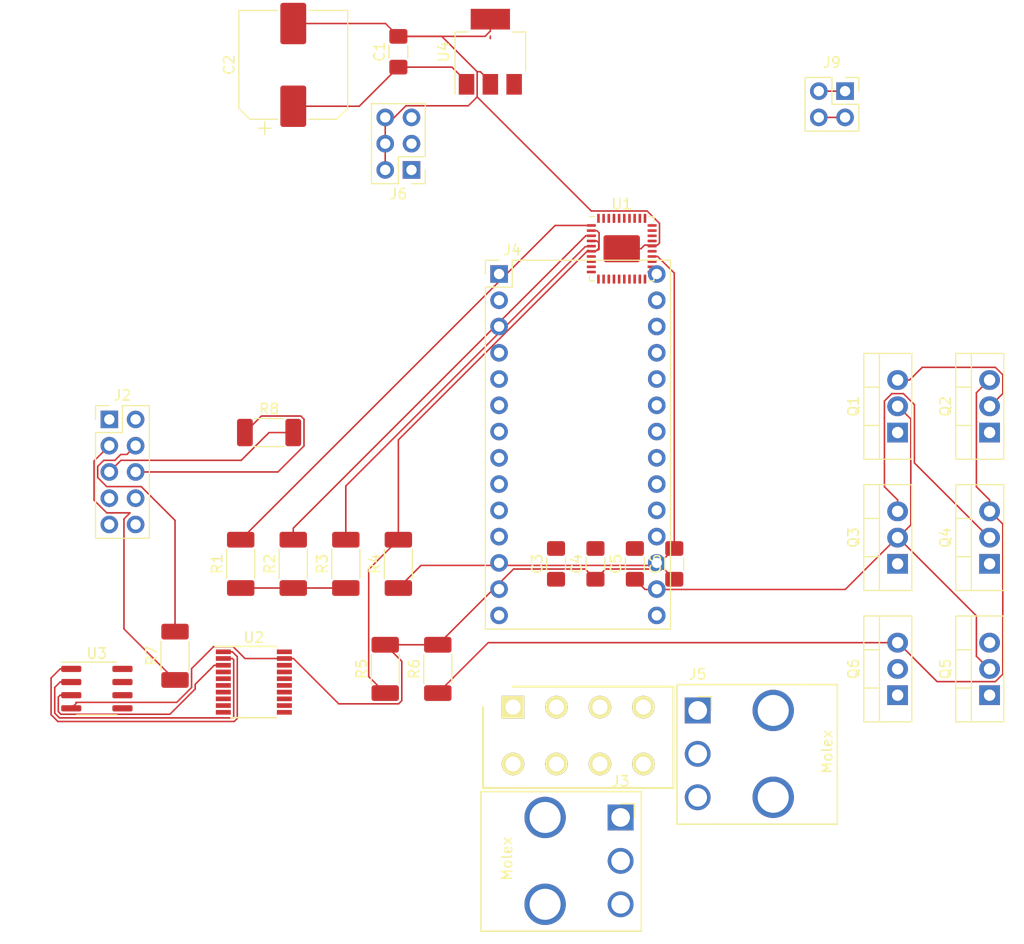
<source format=kicad_pcb>
(kicad_pcb (version 20171130) (host pcbnew "(5.0.0)")

  (general
    (thickness 1.6)
    (drawings 0)
    (tracks 192)
    (zones 0)
    (modules 31)
    (nets 78)
  )

  (page A4)
  (layers
    (0 F.Cu signal)
    (31 B.Cu signal)
    (32 B.Adhes user)
    (33 F.Adhes user)
    (34 B.Paste user)
    (35 F.Paste user)
    (36 B.SilkS user)
    (37 F.SilkS user)
    (38 B.Mask user)
    (39 F.Mask user)
    (40 Dwgs.User user)
    (41 Cmts.User user)
    (42 Eco1.User user)
    (43 Eco2.User user)
    (44 Edge.Cuts user)
    (45 Margin user)
    (46 B.CrtYd user)
    (47 F.CrtYd user)
    (48 B.Fab user)
    (49 F.Fab user)
  )

  (setup
    (last_trace_width 0.15)
    (user_trace_width 0.2)
    (user_trace_width 0.25)
    (user_trace_width 0.5)
    (user_trace_width 1.5)
    (trace_clearance 0.2)
    (zone_clearance 0.508)
    (zone_45_only no)
    (trace_min 0.15)
    (segment_width 0.2)
    (edge_width 0.15)
    (via_size 0.8)
    (via_drill 0.4)
    (via_min_size 0.4)
    (via_min_drill 0.3)
    (user_via 0.6 0.4)
    (user_via 1.4 0.8)
    (blind_buried_vias_allowed yes)
    (uvia_size 0.3)
    (uvia_drill 0.1)
    (uvias_allowed no)
    (uvia_min_size 0.2)
    (uvia_min_drill 0.1)
    (pcb_text_width 0.3)
    (pcb_text_size 1.5 1.5)
    (mod_edge_width 0.15)
    (mod_text_size 1 1)
    (mod_text_width 0.15)
    (pad_size 1.524 1.524)
    (pad_drill 0.762)
    (pad_to_mask_clearance 0.2)
    (aux_axis_origin 0 0)
    (visible_elements 7FFFFFFF)
    (pcbplotparams
      (layerselection 0x010fc_ffffffff)
      (usegerberextensions false)
      (usegerberattributes false)
      (usegerberadvancedattributes false)
      (creategerberjobfile false)
      (excludeedgelayer true)
      (linewidth 0.100000)
      (plotframeref false)
      (viasonmask false)
      (mode 1)
      (useauxorigin false)
      (hpglpennumber 1)
      (hpglpenspeed 20)
      (hpglpendiameter 15.000000)
      (psnegative false)
      (psa4output false)
      (plotreference true)
      (plotvalue true)
      (plotinvisibletext false)
      (padsonsilk false)
      (subtractmaskfromsilk false)
      (outputformat 1)
      (mirror false)
      (drillshape 0)
      (scaleselection 1)
      (outputdirectory "Gerber Files/"))
  )

  (net 0 "")
  (net 1 /Vm)
  (net 2 GNDREF)
  (net 3 "Net-(C3-Pad2)")
  (net 4 "Net-(C3-Pad1)")
  (net 5 "Net-(C4-Pad2)")
  (net 6 "Net-(C5-Pad2)")
  (net 7 /Vreg)
  (net 8 /Hall_1)
  (net 9 /Hall_2)
  (net 10 Motor_3)
  (net 11 /Hall_3)
  (net 12 Motor_1)
  (net 13 Motor_2)
  (net 14 "Net-(J2-Pad1)")
  (net 15 /ENC_!A)
  (net 16 /ENC_A)
  (net 17 /ENC_!B)
  (net 18 /ENC_B)
  (net 19 "Net-(J2-Pad9)")
  (net 20 /SCL)
  (net 21 /SDA)
  (net 22 /A)
  (net 23 /B)
  (net 24 /RESET)
  (net 25 /ENABLE)
  (net 26 /DIR)
  (net 27 /BRAKE)
  (net 28 /CLKIN)
  (net 29 /LOCKn)
  (net 30 /FAULTn)
  (net 31 /FGOUT)
  (net 32 /SCS)
  (net 33 /DATAI)
  (net 34 /DATAO)
  (net 35 /SCLK)
  (net 36 /MCU/A0)
  (net 37 /MCU/A1)
  (net 38 /MCU/A2)
  (net 39 /UHN)
  (net 40 /Power/UHSG)
  (net 41 /Power/ULSG)
  (net 42 /Power/ISEN)
  (net 43 /Power/VHSG)
  (net 44 /Power/VLSG)
  (net 45 /Power/WHSG)
  (net 46 /Power/WLSG)
  (net 47 "Net-(U1-Pad7)")
  (net 48 "Net-(U1-Pad8)")
  (net 49 "Net-(U1-Pad9)")
  (net 50 "Net-(U1-Pad10)")
  (net 51 "Net-(U1-Pad13)")
  (net 52 "Net-(U2-Pad2)")
  (net 53 "Net-(U2-Pad3)")
  (net 54 "Net-(U2-Pad4)")
  (net 55 "Net-(U2-Pad5)")
  (net 56 "Net-(U2-Pad6)")
  (net 57 "Net-(U2-Pad7)")
  (net 58 "Net-(U2-Pad8)")
  (net 59 "Net-(U2-Pad9)")
  (net 60 "Net-(U2-Pad10)")
  (net 61 "Net-(U2-Pad11)")
  (net 62 "Net-(U2-Pad12)")
  (net 63 "Net-(U2-Pad13)")
  (net 64 "Net-(U2-Pad14)")
  (net 65 "Net-(U2-Pad15)")
  (net 66 "Net-(U2-Pad16)")
  (net 67 /3.3V)
  (net 68 /Vin)
  (net 69 "Net-(J2-Pad2)")
  (net 70 "Net-(J2-Pad8)")
  (net 71 "Net-(J3-Pad3)")
  (net 72 /LED1)
  (net 73 /LED2)
  (net 74 /LED3)
  (net 75 /MCU/A6)
  (net 76 /MCU/A3)
  (net 77 "Net-(J5-Pad3)")

  (net_class Default "This is the default net class."
    (clearance 0.2)
    (trace_width 0.15)
    (via_dia 0.8)
    (via_drill 0.4)
    (uvia_dia 0.3)
    (uvia_drill 0.1)
    (add_net /3.3V)
    (add_net /A)
    (add_net /B)
    (add_net /BRAKE)
    (add_net /CLKIN)
    (add_net /DATAI)
    (add_net /DATAO)
    (add_net /DIR)
    (add_net /ENABLE)
    (add_net /ENC_!A)
    (add_net /ENC_!B)
    (add_net /ENC_A)
    (add_net /ENC_B)
    (add_net /FAULTn)
    (add_net /FGOUT)
    (add_net /Hall_1)
    (add_net /Hall_2)
    (add_net /Hall_3)
    (add_net /LED1)
    (add_net /LED2)
    (add_net /LED3)
    (add_net /LOCKn)
    (add_net /MCU/A0)
    (add_net /MCU/A1)
    (add_net /MCU/A2)
    (add_net /MCU/A3)
    (add_net /MCU/A6)
    (add_net /Power/ISEN)
    (add_net /Power/UHSG)
    (add_net /Power/ULSG)
    (add_net /Power/VHSG)
    (add_net /Power/VLSG)
    (add_net /Power/WHSG)
    (add_net /Power/WLSG)
    (add_net /RESET)
    (add_net /SCL)
    (add_net /SCLK)
    (add_net /SCS)
    (add_net /SDA)
    (add_net /UHN)
    (add_net /Vin)
    (add_net /Vm)
    (add_net /Vreg)
    (add_net GNDREF)
    (add_net Motor_1)
    (add_net Motor_2)
    (add_net Motor_3)
    (add_net "Net-(C3-Pad1)")
    (add_net "Net-(C3-Pad2)")
    (add_net "Net-(C4-Pad2)")
    (add_net "Net-(C5-Pad2)")
    (add_net "Net-(J2-Pad1)")
    (add_net "Net-(J2-Pad2)")
    (add_net "Net-(J2-Pad8)")
    (add_net "Net-(J2-Pad9)")
    (add_net "Net-(J3-Pad3)")
    (add_net "Net-(J5-Pad3)")
    (add_net "Net-(U1-Pad10)")
    (add_net "Net-(U1-Pad13)")
    (add_net "Net-(U1-Pad7)")
    (add_net "Net-(U1-Pad8)")
    (add_net "Net-(U1-Pad9)")
    (add_net "Net-(U2-Pad10)")
    (add_net "Net-(U2-Pad11)")
    (add_net "Net-(U2-Pad12)")
    (add_net "Net-(U2-Pad13)")
    (add_net "Net-(U2-Pad14)")
    (add_net "Net-(U2-Pad15)")
    (add_net "Net-(U2-Pad16)")
    (add_net "Net-(U2-Pad2)")
    (add_net "Net-(U2-Pad3)")
    (add_net "Net-(U2-Pad4)")
    (add_net "Net-(U2-Pad5)")
    (add_net "Net-(U2-Pad6)")
    (add_net "Net-(U2-Pad7)")
    (add_net "Net-(U2-Pad8)")
    (add_net "Net-(U2-Pad9)")
  )

  (module Package_TO_SOT_SMD:SOT-223-3_TabPin2 (layer F.Cu) (tedit 5A02FF57) (tstamp 5DCD760D)
    (at 132.08 62.23 90)
    (descr "module CMS SOT223 4 pins")
    (tags "CMS SOT")
    (path /5DCAE5B5)
    (attr smd)
    (fp_text reference U4 (at 0 -4.5 90) (layer F.SilkS)
      (effects (font (size 1 1) (thickness 0.15)))
    )
    (fp_text value LM2931 (at 0 4.5 90) (layer F.Fab)
      (effects (font (size 1 1) (thickness 0.15)))
    )
    (fp_line (start 1.85 -3.35) (end 1.85 3.35) (layer F.Fab) (width 0.1))
    (fp_line (start -1.85 3.35) (end 1.85 3.35) (layer F.Fab) (width 0.1))
    (fp_line (start -4.1 -3.41) (end 1.91 -3.41) (layer F.SilkS) (width 0.12))
    (fp_line (start -0.85 -3.35) (end 1.85 -3.35) (layer F.Fab) (width 0.1))
    (fp_line (start -1.85 3.41) (end 1.91 3.41) (layer F.SilkS) (width 0.12))
    (fp_line (start -1.85 -2.35) (end -1.85 3.35) (layer F.Fab) (width 0.1))
    (fp_line (start -1.85 -2.35) (end -0.85 -3.35) (layer F.Fab) (width 0.1))
    (fp_line (start -4.4 -3.6) (end -4.4 3.6) (layer F.CrtYd) (width 0.05))
    (fp_line (start -4.4 3.6) (end 4.4 3.6) (layer F.CrtYd) (width 0.05))
    (fp_line (start 4.4 3.6) (end 4.4 -3.6) (layer F.CrtYd) (width 0.05))
    (fp_line (start 4.4 -3.6) (end -4.4 -3.6) (layer F.CrtYd) (width 0.05))
    (fp_line (start 1.91 -3.41) (end 1.91 -2.15) (layer F.SilkS) (width 0.12))
    (fp_line (start 1.91 3.41) (end 1.91 2.15) (layer F.SilkS) (width 0.12))
    (fp_text user %R (at 0 0) (layer F.Fab)
      (effects (font (size 0.8 0.8) (thickness 0.12)))
    )
    (pad 1 smd rect (at -3.15 -2.3 90) (size 2 1.5) (layers F.Cu F.Paste F.Mask)
      (net 1 /Vm))
    (pad 3 smd rect (at -3.15 2.3 90) (size 2 1.5) (layers F.Cu F.Paste F.Mask)
      (net 68 /Vin))
    (pad 2 smd rect (at -3.15 0 90) (size 2 1.5) (layers F.Cu F.Paste F.Mask)
      (net 2 GNDREF))
    (pad 2 smd rect (at 3.15 0 90) (size 2 3.8) (layers F.Cu F.Paste F.Mask)
      (net 2 GNDREF))
    (model ${KISYS3DMOD}/Package_TO_SOT_SMD.3dshapes/SOT-223.wrl
      (at (xyz 0 0 0))
      (scale (xyz 1 1 1))
      (rotate (xyz 0 0 0))
    )
  )

  (module Package_SO:SOIC-8_3.9x4.9mm_P1.27mm (layer F.Cu) (tedit 5C97300E) (tstamp 5DCD75F7)
    (at 94.045 123.825)
    (descr "SOIC, 8 Pin (JEDEC MS-012AA, https://www.analog.com/media/en/package-pcb-resources/package/pkg_pdf/soic_narrow-r/r_8.pdf), generated with kicad-footprint-generator ipc_gullwing_generator.py")
    (tags "SOIC SO")
    (path /5C800E90/5DD37C3C)
    (attr smd)
    (fp_text reference U3 (at 0 -3.4) (layer F.SilkS)
      (effects (font (size 1 1) (thickness 0.15)))
    )
    (fp_text value SN65LVDT34D-MyLibrary (at 0 3.4) (layer F.Fab)
      (effects (font (size 1 1) (thickness 0.15)))
    )
    (fp_text user %R (at 0 0) (layer F.Fab)
      (effects (font (size 0.98 0.98) (thickness 0.15)))
    )
    (fp_line (start 3.7 -2.7) (end -3.7 -2.7) (layer F.CrtYd) (width 0.05))
    (fp_line (start 3.7 2.7) (end 3.7 -2.7) (layer F.CrtYd) (width 0.05))
    (fp_line (start -3.7 2.7) (end 3.7 2.7) (layer F.CrtYd) (width 0.05))
    (fp_line (start -3.7 -2.7) (end -3.7 2.7) (layer F.CrtYd) (width 0.05))
    (fp_line (start -1.95 -1.475) (end -0.975 -2.45) (layer F.Fab) (width 0.1))
    (fp_line (start -1.95 2.45) (end -1.95 -1.475) (layer F.Fab) (width 0.1))
    (fp_line (start 1.95 2.45) (end -1.95 2.45) (layer F.Fab) (width 0.1))
    (fp_line (start 1.95 -2.45) (end 1.95 2.45) (layer F.Fab) (width 0.1))
    (fp_line (start -0.975 -2.45) (end 1.95 -2.45) (layer F.Fab) (width 0.1))
    (fp_line (start 0 -2.56) (end -3.45 -2.56) (layer F.SilkS) (width 0.12))
    (fp_line (start 0 -2.56) (end 1.95 -2.56) (layer F.SilkS) (width 0.12))
    (fp_line (start 0 2.56) (end -1.95 2.56) (layer F.SilkS) (width 0.12))
    (fp_line (start 0 2.56) (end 1.95 2.56) (layer F.SilkS) (width 0.12))
    (pad 8 smd roundrect (at 2.475 -1.905) (size 1.95 0.6) (layers F.Cu F.Paste F.Mask) (roundrect_rratio 0.25)
      (net 16 /ENC_A))
    (pad 7 smd roundrect (at 2.475 -0.635) (size 1.95 0.6) (layers F.Cu F.Paste F.Mask) (roundrect_rratio 0.25)
      (net 15 /ENC_!A))
    (pad 6 smd roundrect (at 2.475 0.635) (size 1.95 0.6) (layers F.Cu F.Paste F.Mask) (roundrect_rratio 0.25)
      (net 18 /ENC_B))
    (pad 5 smd roundrect (at 2.475 1.905) (size 1.95 0.6) (layers F.Cu F.Paste F.Mask) (roundrect_rratio 0.25)
      (net 17 /ENC_!B))
    (pad 4 smd roundrect (at -2.475 1.905) (size 1.95 0.6) (layers F.Cu F.Paste F.Mask) (roundrect_rratio 0.25)
      (net 2 GNDREF))
    (pad 3 smd roundrect (at -2.475 0.635) (size 1.95 0.6) (layers F.Cu F.Paste F.Mask) (roundrect_rratio 0.25)
      (net 53 "Net-(U2-Pad3)"))
    (pad 2 smd roundrect (at -2.475 -0.635) (size 1.95 0.6) (layers F.Cu F.Paste F.Mask) (roundrect_rratio 0.25)
      (net 52 "Net-(U2-Pad2)"))
    (pad 1 smd roundrect (at -2.475 -1.905) (size 1.95 0.6) (layers F.Cu F.Paste F.Mask) (roundrect_rratio 0.25)
      (net 7 /Vreg))
    (model ${KISYS3DMOD}/Package_SO.3dshapes/SOIC-8_3.9x4.9mm_P1.27mm.wrl
      (at (xyz 0 0 0))
      (scale (xyz 1 1 1))
      (rotate (xyz 0 0 0))
    )
  )

  (module Package_SO:TSSOP-20_4.4x6.5mm_P0.65mm (layer F.Cu) (tedit 5A02F25C) (tstamp 5DCD75DD)
    (at 109.22 123.19)
    (descr "20-Lead Plastic Thin Shrink Small Outline (ST)-4.4 mm Body [TSSOP] (see Microchip Packaging Specification 00000049BS.pdf)")
    (tags "SSOP 0.65")
    (path /5C800E90/5DD3B7B6)
    (attr smd)
    (fp_text reference U2 (at 0 -4.3) (layer F.SilkS)
      (effects (font (size 1 1) (thickness 0.15)))
    )
    (fp_text value SN74LVC245APWE4 (at 0 4.3) (layer F.Fab)
      (effects (font (size 1 1) (thickness 0.15)))
    )
    (fp_text user %R (at 0 0) (layer F.Fab)
      (effects (font (size 0.8 0.8) (thickness 0.15)))
    )
    (fp_line (start -3.75 -3.45) (end 2.225 -3.45) (layer F.SilkS) (width 0.15))
    (fp_line (start -2.225 3.45) (end 2.225 3.45) (layer F.SilkS) (width 0.15))
    (fp_line (start -3.95 3.55) (end 3.95 3.55) (layer F.CrtYd) (width 0.05))
    (fp_line (start -3.95 -3.55) (end 3.95 -3.55) (layer F.CrtYd) (width 0.05))
    (fp_line (start 3.95 -3.55) (end 3.95 3.55) (layer F.CrtYd) (width 0.05))
    (fp_line (start -3.95 -3.55) (end -3.95 3.55) (layer F.CrtYd) (width 0.05))
    (fp_line (start -2.2 -2.25) (end -1.2 -3.25) (layer F.Fab) (width 0.15))
    (fp_line (start -2.2 3.25) (end -2.2 -2.25) (layer F.Fab) (width 0.15))
    (fp_line (start 2.2 3.25) (end -2.2 3.25) (layer F.Fab) (width 0.15))
    (fp_line (start 2.2 -3.25) (end 2.2 3.25) (layer F.Fab) (width 0.15))
    (fp_line (start -1.2 -3.25) (end 2.2 -3.25) (layer F.Fab) (width 0.15))
    (pad 20 smd rect (at 2.95 -2.925) (size 1.45 0.45) (layers F.Cu F.Paste F.Mask)
      (net 67 /3.3V))
    (pad 19 smd rect (at 2.95 -2.275) (size 1.45 0.45) (layers F.Cu F.Paste F.Mask)
      (net 2 GNDREF))
    (pad 18 smd rect (at 2.95 -1.625) (size 1.45 0.45) (layers F.Cu F.Paste F.Mask)
      (net 22 /A))
    (pad 17 smd rect (at 2.95 -0.975) (size 1.45 0.45) (layers F.Cu F.Paste F.Mask)
      (net 23 /B))
    (pad 16 smd rect (at 2.95 -0.325) (size 1.45 0.45) (layers F.Cu F.Paste F.Mask)
      (net 66 "Net-(U2-Pad16)"))
    (pad 15 smd rect (at 2.95 0.325) (size 1.45 0.45) (layers F.Cu F.Paste F.Mask)
      (net 65 "Net-(U2-Pad15)"))
    (pad 14 smd rect (at 2.95 0.975) (size 1.45 0.45) (layers F.Cu F.Paste F.Mask)
      (net 64 "Net-(U2-Pad14)"))
    (pad 13 smd rect (at 2.95 1.625) (size 1.45 0.45) (layers F.Cu F.Paste F.Mask)
      (net 63 "Net-(U2-Pad13)"))
    (pad 12 smd rect (at 2.95 2.275) (size 1.45 0.45) (layers F.Cu F.Paste F.Mask)
      (net 62 "Net-(U2-Pad12)"))
    (pad 11 smd rect (at 2.95 2.925) (size 1.45 0.45) (layers F.Cu F.Paste F.Mask)
      (net 61 "Net-(U2-Pad11)"))
    (pad 10 smd rect (at -2.95 2.925) (size 1.45 0.45) (layers F.Cu F.Paste F.Mask)
      (net 60 "Net-(U2-Pad10)"))
    (pad 9 smd rect (at -2.95 2.275) (size 1.45 0.45) (layers F.Cu F.Paste F.Mask)
      (net 59 "Net-(U2-Pad9)"))
    (pad 8 smd rect (at -2.95 1.625) (size 1.45 0.45) (layers F.Cu F.Paste F.Mask)
      (net 58 "Net-(U2-Pad8)"))
    (pad 7 smd rect (at -2.95 0.975) (size 1.45 0.45) (layers F.Cu F.Paste F.Mask)
      (net 57 "Net-(U2-Pad7)"))
    (pad 6 smd rect (at -2.95 0.325) (size 1.45 0.45) (layers F.Cu F.Paste F.Mask)
      (net 56 "Net-(U2-Pad6)"))
    (pad 5 smd rect (at -2.95 -0.325) (size 1.45 0.45) (layers F.Cu F.Paste F.Mask)
      (net 55 "Net-(U2-Pad5)"))
    (pad 4 smd rect (at -2.95 -0.975) (size 1.45 0.45) (layers F.Cu F.Paste F.Mask)
      (net 54 "Net-(U2-Pad4)"))
    (pad 3 smd rect (at -2.95 -1.625) (size 1.45 0.45) (layers F.Cu F.Paste F.Mask)
      (net 53 "Net-(U2-Pad3)"))
    (pad 2 smd rect (at -2.95 -2.275) (size 1.45 0.45) (layers F.Cu F.Paste F.Mask)
      (net 52 "Net-(U2-Pad2)"))
    (pad 1 smd rect (at -2.95 -2.925) (size 1.45 0.45) (layers F.Cu F.Paste F.Mask)
      (net 7 /Vreg))
    (model ${KISYS3DMOD}/Package_SO.3dshapes/TSSOP-20_4.4x6.5mm_P0.65mm.wrl
      (at (xyz 0 0 0))
      (scale (xyz 1 1 1))
      (rotate (xyz 0 0 0))
    )
  )

  (module Package_DFN_QFN:Texas_S-PVQFN-N40_EP3.52x2.62mm (layer F.Cu) (tedit 5C560A10) (tstamp 5DCD75B9)
    (at 144.78 81.28)
    (descr "QFN, 40 Pin (http://www.ti.com/lit/ds/symlink/drv8308.pdf#page=56), generated with kicad-footprint-generator ipc_noLead_generator.py")
    (tags "QFN NoLead")
    (path /5BDA2443)
    (attr smd)
    (fp_text reference U1 (at 0 -4.32) (layer F.SilkS)
      (effects (font (size 1 1) (thickness 0.15)))
    )
    (fp_text value DRV8308 (at 0 4.32) (layer F.Fab)
      (effects (font (size 1 1) (thickness 0.15)))
    )
    (fp_text user %R (at 0 0) (layer F.Fab)
      (effects (font (size 1 1) (thickness 0.15)))
    )
    (fp_line (start 3.62 -3.62) (end -3.62 -3.62) (layer F.CrtYd) (width 0.05))
    (fp_line (start 3.62 3.62) (end 3.62 -3.62) (layer F.CrtYd) (width 0.05))
    (fp_line (start -3.62 3.62) (end 3.62 3.62) (layer F.CrtYd) (width 0.05))
    (fp_line (start -3.62 -3.62) (end -3.62 3.62) (layer F.CrtYd) (width 0.05))
    (fp_line (start -3 -2) (end -2 -3) (layer F.Fab) (width 0.1))
    (fp_line (start -3 3) (end -3 -2) (layer F.Fab) (width 0.1))
    (fp_line (start 3 3) (end -3 3) (layer F.Fab) (width 0.1))
    (fp_line (start 3 -3) (end 3 3) (layer F.Fab) (width 0.1))
    (fp_line (start -2 -3) (end 3 -3) (layer F.Fab) (width 0.1))
    (fp_line (start -2.635 -3.11) (end -3.11 -3.11) (layer F.SilkS) (width 0.12))
    (fp_line (start 3.11 3.11) (end 3.11 2.635) (layer F.SilkS) (width 0.12))
    (fp_line (start 2.635 3.11) (end 3.11 3.11) (layer F.SilkS) (width 0.12))
    (fp_line (start -3.11 3.11) (end -3.11 2.635) (layer F.SilkS) (width 0.12))
    (fp_line (start -2.635 3.11) (end -3.11 3.11) (layer F.SilkS) (width 0.12))
    (fp_line (start 3.11 -3.11) (end 3.11 -2.635) (layer F.SilkS) (width 0.12))
    (fp_line (start 2.635 -3.11) (end 3.11 -3.11) (layer F.SilkS) (width 0.12))
    (pad 40 smd roundrect (at -2.25 -2.9375) (size 0.25 0.875) (layers F.Cu F.Paste F.Mask) (roundrect_rratio 0.25)
      (net 46 /Power/WLSG))
    (pad 39 smd roundrect (at -1.75 -2.9375) (size 0.25 0.875) (layers F.Cu F.Paste F.Mask) (roundrect_rratio 0.25)
      (net 10 Motor_3))
    (pad 38 smd roundrect (at -1.25 -2.9375) (size 0.25 0.875) (layers F.Cu F.Paste F.Mask) (roundrect_rratio 0.25)
      (net 45 /Power/WHSG))
    (pad 37 smd roundrect (at -0.75 -2.9375) (size 0.25 0.875) (layers F.Cu F.Paste F.Mask) (roundrect_rratio 0.25)
      (net 44 /Power/VLSG))
    (pad 36 smd roundrect (at -0.25 -2.9375) (size 0.25 0.875) (layers F.Cu F.Paste F.Mask) (roundrect_rratio 0.25)
      (net 13 Motor_2))
    (pad 35 smd roundrect (at 0.25 -2.9375) (size 0.25 0.875) (layers F.Cu F.Paste F.Mask) (roundrect_rratio 0.25)
      (net 43 /Power/VHSG))
    (pad 34 smd roundrect (at 0.75 -2.9375) (size 0.25 0.875) (layers F.Cu F.Paste F.Mask) (roundrect_rratio 0.25)
      (net 41 /Power/ULSG))
    (pad 33 smd roundrect (at 1.25 -2.9375) (size 0.25 0.875) (layers F.Cu F.Paste F.Mask) (roundrect_rratio 0.25)
      (net 12 Motor_1))
    (pad 32 smd roundrect (at 1.75 -2.9375) (size 0.25 0.875) (layers F.Cu F.Paste F.Mask) (roundrect_rratio 0.25)
      (net 40 /Power/UHSG))
    (pad 31 smd roundrect (at 2.25 -2.9375) (size 0.25 0.875) (layers F.Cu F.Paste F.Mask) (roundrect_rratio 0.25)
      (net 42 /Power/ISEN))
    (pad 30 smd roundrect (at 2.9375 -2.25) (size 0.875 0.25) (layers F.Cu F.Paste F.Mask) (roundrect_rratio 0.25)
      (net 4 "Net-(C3-Pad1)"))
    (pad 29 smd roundrect (at 2.9375 -1.75) (size 0.875 0.25) (layers F.Cu F.Paste F.Mask) (roundrect_rratio 0.25)
      (net 3 "Net-(C3-Pad2)"))
    (pad 28 smd roundrect (at 2.9375 -1.25) (size 0.875 0.25) (layers F.Cu F.Paste F.Mask) (roundrect_rratio 0.25)
      (net 6 "Net-(C5-Pad2)"))
    (pad 27 smd roundrect (at 2.9375 -0.75) (size 0.875 0.25) (layers F.Cu F.Paste F.Mask) (roundrect_rratio 0.25)
      (net 1 /Vm))
    (pad 26 smd roundrect (at 2.9375 -0.25) (size 0.875 0.25) (layers F.Cu F.Paste F.Mask) (roundrect_rratio 0.25)
      (net 2 GNDREF))
    (pad 25 smd roundrect (at 2.9375 0.25) (size 0.875 0.25) (layers F.Cu F.Paste F.Mask) (roundrect_rratio 0.25)
      (net 5 "Net-(C4-Pad2)"))
    (pad 24 smd roundrect (at 2.9375 0.75) (size 0.875 0.25) (layers F.Cu F.Paste F.Mask) (roundrect_rratio 0.25)
      (net 7 /Vreg))
    (pad 23 smd roundrect (at 2.9375 1.25) (size 0.875 0.25) (layers F.Cu F.Paste F.Mask) (roundrect_rratio 0.25)
      (net 24 /RESET))
    (pad 22 smd roundrect (at 2.9375 1.75) (size 0.875 0.25) (layers F.Cu F.Paste F.Mask) (roundrect_rratio 0.25)
      (net 25 /ENABLE))
    (pad 21 smd roundrect (at 2.9375 2.25) (size 0.875 0.25) (layers F.Cu F.Paste F.Mask) (roundrect_rratio 0.25)
      (net 26 /DIR))
    (pad 20 smd roundrect (at 2.25 2.9375) (size 0.25 0.875) (layers F.Cu F.Paste F.Mask) (roundrect_rratio 0.25)
      (net 27 /BRAKE))
    (pad 19 smd roundrect (at 1.75 2.9375) (size 0.25 0.875) (layers F.Cu F.Paste F.Mask) (roundrect_rratio 0.25)
      (net 28 /CLKIN))
    (pad 18 smd roundrect (at 1.25 2.9375) (size 0.25 0.875) (layers F.Cu F.Paste F.Mask) (roundrect_rratio 0.25)
      (net 29 /LOCKn))
    (pad 17 smd roundrect (at 0.75 2.9375) (size 0.25 0.875) (layers F.Cu F.Paste F.Mask) (roundrect_rratio 0.25)
      (net 30 /FAULTn))
    (pad 16 smd roundrect (at 0.25 2.9375) (size 0.25 0.875) (layers F.Cu F.Paste F.Mask) (roundrect_rratio 0.25)
      (net 31 /FGOUT))
    (pad 15 smd roundrect (at -0.25 2.9375) (size 0.25 0.875) (layers F.Cu F.Paste F.Mask) (roundrect_rratio 0.25)
      (net 34 /DATAO))
    (pad 14 smd roundrect (at -0.75 2.9375) (size 0.25 0.875) (layers F.Cu F.Paste F.Mask) (roundrect_rratio 0.25)
      (net 33 /DATAI))
    (pad 13 smd roundrect (at -1.25 2.9375) (size 0.25 0.875) (layers F.Cu F.Paste F.Mask) (roundrect_rratio 0.25)
      (net 51 "Net-(U1-Pad13)"))
    (pad 12 smd roundrect (at -1.75 2.9375) (size 0.25 0.875) (layers F.Cu F.Paste F.Mask) (roundrect_rratio 0.25)
      (net 32 /SCS))
    (pad 11 smd roundrect (at -2.25 2.9375) (size 0.25 0.875) (layers F.Cu F.Paste F.Mask) (roundrect_rratio 0.25)
      (net 35 /SCLK))
    (pad 10 smd roundrect (at -2.9375 2.25) (size 0.875 0.25) (layers F.Cu F.Paste F.Mask) (roundrect_rratio 0.25)
      (net 50 "Net-(U1-Pad10)"))
    (pad 9 smd roundrect (at -2.9375 1.75) (size 0.875 0.25) (layers F.Cu F.Paste F.Mask) (roundrect_rratio 0.25)
      (net 49 "Net-(U1-Pad9)"))
    (pad 8 smd roundrect (at -2.9375 1.25) (size 0.875 0.25) (layers F.Cu F.Paste F.Mask) (roundrect_rratio 0.25)
      (net 48 "Net-(U1-Pad8)"))
    (pad 7 smd roundrect (at -2.9375 0.75) (size 0.875 0.25) (layers F.Cu F.Paste F.Mask) (roundrect_rratio 0.25)
      (net 47 "Net-(U1-Pad7)"))
    (pad 6 smd roundrect (at -2.9375 0.25) (size 0.875 0.25) (layers F.Cu F.Paste F.Mask) (roundrect_rratio 0.25)
      (net 39 /UHN))
    (pad 5 smd roundrect (at -2.9375 -0.25) (size 0.875 0.25) (layers F.Cu F.Paste F.Mask) (roundrect_rratio 0.25)
      (net 11 /Hall_3))
    (pad 4 smd roundrect (at -2.9375 -0.75) (size 0.875 0.25) (layers F.Cu F.Paste F.Mask) (roundrect_rratio 0.25)
      (net 39 /UHN))
    (pad 3 smd roundrect (at -2.9375 -1.25) (size 0.875 0.25) (layers F.Cu F.Paste F.Mask) (roundrect_rratio 0.25)
      (net 9 /Hall_2))
    (pad 2 smd roundrect (at -2.9375 -1.75) (size 0.875 0.25) (layers F.Cu F.Paste F.Mask) (roundrect_rratio 0.25)
      (net 39 /UHN))
    (pad 1 smd roundrect (at -2.9375 -2.25) (size 0.875 0.25) (layers F.Cu F.Paste F.Mask) (roundrect_rratio 0.25)
      (net 8 /Hall_1))
    (pad "" smd roundrect (at 1.17 0.655) (size 0.95 1.06) (layers F.Paste) (roundrect_rratio 0.25))
    (pad "" smd roundrect (at 1.17 -0.655) (size 0.95 1.06) (layers F.Paste) (roundrect_rratio 0.25))
    (pad "" smd roundrect (at 0 0.655) (size 0.95 1.06) (layers F.Paste) (roundrect_rratio 0.25))
    (pad "" smd roundrect (at 0 -0.655) (size 0.95 1.06) (layers F.Paste) (roundrect_rratio 0.25))
    (pad "" smd roundrect (at -1.17 0.655) (size 0.95 1.06) (layers F.Paste) (roundrect_rratio 0.25))
    (pad "" smd roundrect (at -1.17 -0.655) (size 0.95 1.06) (layers F.Paste) (roundrect_rratio 0.25))
    (pad 41 smd roundrect (at 0 0) (size 3.52 2.62) (layers F.Cu F.Mask) (roundrect_rratio 0.09542)
      (net 2 GNDREF))
    (model ${KISYS3DMOD}/Package_DFN_QFN.3dshapes/Texas_S-PVQFN-N40_EP3.52x2.62mm.wrl
      (at (xyz 0 0 0))
      (scale (xyz 1 1 1))
      (rotate (xyz 0 0 0))
    )
  )

  (module Resistor_SMD:R_2010_5025Metric_Pad1.52x2.65mm_HandSolder (layer F.Cu) (tedit 5B301BBD) (tstamp 5DCD7575)
    (at 110.6925 99.06)
    (descr "Resistor SMD 2010 (5025 Metric), square (rectangular) end terminal, IPC_7351 nominal with elongated pad for handsoldering. (Body size source: http://www.tortai-tech.com/upload/download/2011102023233369053.pdf), generated with kicad-footprint-generator")
    (tags "resistor handsolder")
    (path /5C800E90/5C7C6CF9)
    (attr smd)
    (fp_text reference R8 (at 0 -2.28) (layer F.SilkS)
      (effects (font (size 1 1) (thickness 0.15)))
    )
    (fp_text value 120 (at 0 2.28) (layer F.Fab)
      (effects (font (size 1 1) (thickness 0.15)))
    )
    (fp_text user %R (at 0 0) (layer F.Fab)
      (effects (font (size 1 1) (thickness 0.15)))
    )
    (fp_line (start 3.35 1.58) (end -3.35 1.58) (layer F.CrtYd) (width 0.05))
    (fp_line (start 3.35 -1.58) (end 3.35 1.58) (layer F.CrtYd) (width 0.05))
    (fp_line (start -3.35 -1.58) (end 3.35 -1.58) (layer F.CrtYd) (width 0.05))
    (fp_line (start -3.35 1.58) (end -3.35 -1.58) (layer F.CrtYd) (width 0.05))
    (fp_line (start -1.402064 1.36) (end 1.402064 1.36) (layer F.SilkS) (width 0.12))
    (fp_line (start -1.402064 -1.36) (end 1.402064 -1.36) (layer F.SilkS) (width 0.12))
    (fp_line (start 2.5 1.25) (end -2.5 1.25) (layer F.Fab) (width 0.1))
    (fp_line (start 2.5 -1.25) (end 2.5 1.25) (layer F.Fab) (width 0.1))
    (fp_line (start -2.5 -1.25) (end 2.5 -1.25) (layer F.Fab) (width 0.1))
    (fp_line (start -2.5 1.25) (end -2.5 -1.25) (layer F.Fab) (width 0.1))
    (pad 2 smd roundrect (at 2.3375 0) (size 1.525 2.65) (layers F.Cu F.Paste F.Mask) (roundrect_rratio 0.163934)
      (net 15 /ENC_!A))
    (pad 1 smd roundrect (at -2.3375 0) (size 1.525 2.65) (layers F.Cu F.Paste F.Mask) (roundrect_rratio 0.163934)
      (net 16 /ENC_A))
    (model ${KISYS3DMOD}/Resistor_SMD.3dshapes/R_2010_5025Metric.wrl
      (at (xyz 0 0 0))
      (scale (xyz 1 1 1))
      (rotate (xyz 0 0 0))
    )
  )

  (module Resistor_SMD:R_2010_5025Metric_Pad1.52x2.65mm_HandSolder (layer F.Cu) (tedit 5B301BBD) (tstamp 5DCD7564)
    (at 101.6 120.65 90)
    (descr "Resistor SMD 2010 (5025 Metric), square (rectangular) end terminal, IPC_7351 nominal with elongated pad for handsoldering. (Body size source: http://www.tortai-tech.com/upload/download/2011102023233369053.pdf), generated with kicad-footprint-generator")
    (tags "resistor handsolder")
    (path /5C800E90/5C7C60CD)
    (attr smd)
    (fp_text reference R7 (at 0 -2.28 90) (layer F.SilkS)
      (effects (font (size 1 1) (thickness 0.15)))
    )
    (fp_text value 120 (at 0 2.28 90) (layer F.Fab)
      (effects (font (size 1 1) (thickness 0.15)))
    )
    (fp_text user %R (at 0 0 90) (layer F.Fab)
      (effects (font (size 1 1) (thickness 0.15)))
    )
    (fp_line (start 3.35 1.58) (end -3.35 1.58) (layer F.CrtYd) (width 0.05))
    (fp_line (start 3.35 -1.58) (end 3.35 1.58) (layer F.CrtYd) (width 0.05))
    (fp_line (start -3.35 -1.58) (end 3.35 -1.58) (layer F.CrtYd) (width 0.05))
    (fp_line (start -3.35 1.58) (end -3.35 -1.58) (layer F.CrtYd) (width 0.05))
    (fp_line (start -1.402064 1.36) (end 1.402064 1.36) (layer F.SilkS) (width 0.12))
    (fp_line (start -1.402064 -1.36) (end 1.402064 -1.36) (layer F.SilkS) (width 0.12))
    (fp_line (start 2.5 1.25) (end -2.5 1.25) (layer F.Fab) (width 0.1))
    (fp_line (start 2.5 -1.25) (end 2.5 1.25) (layer F.Fab) (width 0.1))
    (fp_line (start -2.5 -1.25) (end 2.5 -1.25) (layer F.Fab) (width 0.1))
    (fp_line (start -2.5 1.25) (end -2.5 -1.25) (layer F.Fab) (width 0.1))
    (pad 2 smd roundrect (at 2.3375 0 90) (size 1.525 2.65) (layers F.Cu F.Paste F.Mask) (roundrect_rratio 0.163934)
      (net 18 /ENC_B))
    (pad 1 smd roundrect (at -2.3375 0 90) (size 1.525 2.65) (layers F.Cu F.Paste F.Mask) (roundrect_rratio 0.163934)
      (net 17 /ENC_!B))
    (model ${KISYS3DMOD}/Resistor_SMD.3dshapes/R_2010_5025Metric.wrl
      (at (xyz 0 0 0))
      (scale (xyz 1 1 1))
      (rotate (xyz 0 0 0))
    )
  )

  (module Resistor_SMD:R_2010_5025Metric_Pad1.52x2.65mm_HandSolder (layer F.Cu) (tedit 5B301BBD) (tstamp 5DCD7553)
    (at 127 121.92 90)
    (descr "Resistor SMD 2010 (5025 Metric), square (rectangular) end terminal, IPC_7351 nominal with elongated pad for handsoldering. (Body size source: http://www.tortai-tech.com/upload/download/2011102023233369053.pdf), generated with kicad-footprint-generator")
    (tags "resistor handsolder")
    (path /5BDB8344/5BDBA233)
    (attr smd)
    (fp_text reference R6 (at 0 -2.28 90) (layer F.SilkS)
      (effects (font (size 1 1) (thickness 0.15)))
    )
    (fp_text value 0.025 (at 0 2.28 90) (layer F.Fab)
      (effects (font (size 1 1) (thickness 0.15)))
    )
    (fp_text user %R (at 0 0 90) (layer F.Fab)
      (effects (font (size 1 1) (thickness 0.15)))
    )
    (fp_line (start 3.35 1.58) (end -3.35 1.58) (layer F.CrtYd) (width 0.05))
    (fp_line (start 3.35 -1.58) (end 3.35 1.58) (layer F.CrtYd) (width 0.05))
    (fp_line (start -3.35 -1.58) (end 3.35 -1.58) (layer F.CrtYd) (width 0.05))
    (fp_line (start -3.35 1.58) (end -3.35 -1.58) (layer F.CrtYd) (width 0.05))
    (fp_line (start -1.402064 1.36) (end 1.402064 1.36) (layer F.SilkS) (width 0.12))
    (fp_line (start -1.402064 -1.36) (end 1.402064 -1.36) (layer F.SilkS) (width 0.12))
    (fp_line (start 2.5 1.25) (end -2.5 1.25) (layer F.Fab) (width 0.1))
    (fp_line (start 2.5 -1.25) (end 2.5 1.25) (layer F.Fab) (width 0.1))
    (fp_line (start -2.5 -1.25) (end 2.5 -1.25) (layer F.Fab) (width 0.1))
    (fp_line (start -2.5 1.25) (end -2.5 -1.25) (layer F.Fab) (width 0.1))
    (pad 2 smd roundrect (at 2.3375 0 90) (size 1.525 2.65) (layers F.Cu F.Paste F.Mask) (roundrect_rratio 0.163934)
      (net 2 GNDREF))
    (pad 1 smd roundrect (at -2.3375 0 90) (size 1.525 2.65) (layers F.Cu F.Paste F.Mask) (roundrect_rratio 0.163934)
      (net 42 /Power/ISEN))
    (model ${KISYS3DMOD}/Resistor_SMD.3dshapes/R_2010_5025Metric.wrl
      (at (xyz 0 0 0))
      (scale (xyz 1 1 1))
      (rotate (xyz 0 0 0))
    )
  )

  (module Resistor_SMD:R_2010_5025Metric_Pad1.52x2.65mm_HandSolder (layer F.Cu) (tedit 5B301BBD) (tstamp 5DCD7542)
    (at 121.92 121.92 90)
    (descr "Resistor SMD 2010 (5025 Metric), square (rectangular) end terminal, IPC_7351 nominal with elongated pad for handsoldering. (Body size source: http://www.tortai-tech.com/upload/download/2011102023233369053.pdf), generated with kicad-footprint-generator")
    (tags "resistor handsolder")
    (path /5BE65931)
    (attr smd)
    (fp_text reference R5 (at 0 -2.28 90) (layer F.SilkS)
      (effects (font (size 1 1) (thickness 0.15)))
    )
    (fp_text value 1K (at 0 2.28 90) (layer F.Fab)
      (effects (font (size 1 1) (thickness 0.15)))
    )
    (fp_text user %R (at 0 0 90) (layer F.Fab)
      (effects (font (size 1 1) (thickness 0.15)))
    )
    (fp_line (start 3.35 1.58) (end -3.35 1.58) (layer F.CrtYd) (width 0.05))
    (fp_line (start 3.35 -1.58) (end 3.35 1.58) (layer F.CrtYd) (width 0.05))
    (fp_line (start -3.35 -1.58) (end 3.35 -1.58) (layer F.CrtYd) (width 0.05))
    (fp_line (start -3.35 1.58) (end -3.35 -1.58) (layer F.CrtYd) (width 0.05))
    (fp_line (start -1.402064 1.36) (end 1.402064 1.36) (layer F.SilkS) (width 0.12))
    (fp_line (start -1.402064 -1.36) (end 1.402064 -1.36) (layer F.SilkS) (width 0.12))
    (fp_line (start 2.5 1.25) (end -2.5 1.25) (layer F.Fab) (width 0.1))
    (fp_line (start 2.5 -1.25) (end 2.5 1.25) (layer F.Fab) (width 0.1))
    (fp_line (start -2.5 -1.25) (end 2.5 -1.25) (layer F.Fab) (width 0.1))
    (fp_line (start -2.5 1.25) (end -2.5 -1.25) (layer F.Fab) (width 0.1))
    (pad 2 smd roundrect (at 2.3375 0 90) (size 1.525 2.65) (layers F.Cu F.Paste F.Mask) (roundrect_rratio 0.163934)
      (net 2 GNDREF))
    (pad 1 smd roundrect (at -2.3375 0 90) (size 1.525 2.65) (layers F.Cu F.Paste F.Mask) (roundrect_rratio 0.163934)
      (net 39 /UHN))
    (model ${KISYS3DMOD}/Resistor_SMD.3dshapes/R_2010_5025Metric.wrl
      (at (xyz 0 0 0))
      (scale (xyz 1 1 1))
      (rotate (xyz 0 0 0))
    )
  )

  (module Resistor_SMD:R_2010_5025Metric_Pad1.52x2.65mm_HandSolder (layer F.Cu) (tedit 5B301BBD) (tstamp 5DCD7531)
    (at 123.19 111.76 90)
    (descr "Resistor SMD 2010 (5025 Metric), square (rectangular) end terminal, IPC_7351 nominal with elongated pad for handsoldering. (Body size source: http://www.tortai-tech.com/upload/download/2011102023233369053.pdf), generated with kicad-footprint-generator")
    (tags "resistor handsolder")
    (path /5BE62116)
    (attr smd)
    (fp_text reference R4 (at 0 -2.28 90) (layer F.SilkS)
      (effects (font (size 1 1) (thickness 0.15)))
    )
    (fp_text value 1K (at 0 2.28 90) (layer F.Fab)
      (effects (font (size 1 1) (thickness 0.15)))
    )
    (fp_text user %R (at 0 0 90) (layer F.Fab)
      (effects (font (size 1 1) (thickness 0.15)))
    )
    (fp_line (start 3.35 1.58) (end -3.35 1.58) (layer F.CrtYd) (width 0.05))
    (fp_line (start 3.35 -1.58) (end 3.35 1.58) (layer F.CrtYd) (width 0.05))
    (fp_line (start -3.35 -1.58) (end 3.35 -1.58) (layer F.CrtYd) (width 0.05))
    (fp_line (start -3.35 1.58) (end -3.35 -1.58) (layer F.CrtYd) (width 0.05))
    (fp_line (start -1.402064 1.36) (end 1.402064 1.36) (layer F.SilkS) (width 0.12))
    (fp_line (start -1.402064 -1.36) (end 1.402064 -1.36) (layer F.SilkS) (width 0.12))
    (fp_line (start 2.5 1.25) (end -2.5 1.25) (layer F.Fab) (width 0.1))
    (fp_line (start 2.5 -1.25) (end 2.5 1.25) (layer F.Fab) (width 0.1))
    (fp_line (start -2.5 -1.25) (end 2.5 -1.25) (layer F.Fab) (width 0.1))
    (fp_line (start -2.5 1.25) (end -2.5 -1.25) (layer F.Fab) (width 0.1))
    (pad 2 smd roundrect (at 2.3375 0 90) (size 1.525 2.65) (layers F.Cu F.Paste F.Mask) (roundrect_rratio 0.163934)
      (net 39 /UHN))
    (pad 1 smd roundrect (at -2.3375 0 90) (size 1.525 2.65) (layers F.Cu F.Paste F.Mask) (roundrect_rratio 0.163934)
      (net 7 /Vreg))
    (model ${KISYS3DMOD}/Resistor_SMD.3dshapes/R_2010_5025Metric.wrl
      (at (xyz 0 0 0))
      (scale (xyz 1 1 1))
      (rotate (xyz 0 0 0))
    )
  )

  (module Resistor_SMD:R_2010_5025Metric_Pad1.52x2.65mm_HandSolder (layer F.Cu) (tedit 5B301BBD) (tstamp 5DCD7520)
    (at 118.11 111.76 90)
    (descr "Resistor SMD 2010 (5025 Metric), square (rectangular) end terminal, IPC_7351 nominal with elongated pad for handsoldering. (Body size source: http://www.tortai-tech.com/upload/download/2011102023233369053.pdf), generated with kicad-footprint-generator")
    (tags "resistor handsolder")
    (path /5BE26F46)
    (attr smd)
    (fp_text reference R3 (at 0 -2.28 90) (layer F.SilkS)
      (effects (font (size 1 1) (thickness 0.15)))
    )
    (fp_text value 1K (at 0 2.28 90) (layer F.Fab)
      (effects (font (size 1 1) (thickness 0.15)))
    )
    (fp_text user %R (at 0 0 90) (layer F.Fab)
      (effects (font (size 1 1) (thickness 0.15)))
    )
    (fp_line (start 3.35 1.58) (end -3.35 1.58) (layer F.CrtYd) (width 0.05))
    (fp_line (start 3.35 -1.58) (end 3.35 1.58) (layer F.CrtYd) (width 0.05))
    (fp_line (start -3.35 -1.58) (end 3.35 -1.58) (layer F.CrtYd) (width 0.05))
    (fp_line (start -3.35 1.58) (end -3.35 -1.58) (layer F.CrtYd) (width 0.05))
    (fp_line (start -1.402064 1.36) (end 1.402064 1.36) (layer F.SilkS) (width 0.12))
    (fp_line (start -1.402064 -1.36) (end 1.402064 -1.36) (layer F.SilkS) (width 0.12))
    (fp_line (start 2.5 1.25) (end -2.5 1.25) (layer F.Fab) (width 0.1))
    (fp_line (start 2.5 -1.25) (end 2.5 1.25) (layer F.Fab) (width 0.1))
    (fp_line (start -2.5 -1.25) (end 2.5 -1.25) (layer F.Fab) (width 0.1))
    (fp_line (start -2.5 1.25) (end -2.5 -1.25) (layer F.Fab) (width 0.1))
    (pad 2 smd roundrect (at 2.3375 0 90) (size 1.525 2.65) (layers F.Cu F.Paste F.Mask) (roundrect_rratio 0.163934)
      (net 11 /Hall_3))
    (pad 1 smd roundrect (at -2.3375 0 90) (size 1.525 2.65) (layers F.Cu F.Paste F.Mask) (roundrect_rratio 0.163934)
      (net 7 /Vreg))
    (model ${KISYS3DMOD}/Resistor_SMD.3dshapes/R_2010_5025Metric.wrl
      (at (xyz 0 0 0))
      (scale (xyz 1 1 1))
      (rotate (xyz 0 0 0))
    )
  )

  (module Resistor_SMD:R_2010_5025Metric_Pad1.52x2.65mm_HandSolder (layer F.Cu) (tedit 5B301BBD) (tstamp 5DCD750F)
    (at 113.03 111.76 90)
    (descr "Resistor SMD 2010 (5025 Metric), square (rectangular) end terminal, IPC_7351 nominal with elongated pad for handsoldering. (Body size source: http://www.tortai-tech.com/upload/download/2011102023233369053.pdf), generated with kicad-footprint-generator")
    (tags "resistor handsolder")
    (path /5BE26F10)
    (attr smd)
    (fp_text reference R2 (at 0 -2.28 90) (layer F.SilkS)
      (effects (font (size 1 1) (thickness 0.15)))
    )
    (fp_text value 1K (at 0 2.28 90) (layer F.Fab)
      (effects (font (size 1 1) (thickness 0.15)))
    )
    (fp_text user %R (at 0 0 90) (layer F.Fab)
      (effects (font (size 1 1) (thickness 0.15)))
    )
    (fp_line (start 3.35 1.58) (end -3.35 1.58) (layer F.CrtYd) (width 0.05))
    (fp_line (start 3.35 -1.58) (end 3.35 1.58) (layer F.CrtYd) (width 0.05))
    (fp_line (start -3.35 -1.58) (end 3.35 -1.58) (layer F.CrtYd) (width 0.05))
    (fp_line (start -3.35 1.58) (end -3.35 -1.58) (layer F.CrtYd) (width 0.05))
    (fp_line (start -1.402064 1.36) (end 1.402064 1.36) (layer F.SilkS) (width 0.12))
    (fp_line (start -1.402064 -1.36) (end 1.402064 -1.36) (layer F.SilkS) (width 0.12))
    (fp_line (start 2.5 1.25) (end -2.5 1.25) (layer F.Fab) (width 0.1))
    (fp_line (start 2.5 -1.25) (end 2.5 1.25) (layer F.Fab) (width 0.1))
    (fp_line (start -2.5 -1.25) (end 2.5 -1.25) (layer F.Fab) (width 0.1))
    (fp_line (start -2.5 1.25) (end -2.5 -1.25) (layer F.Fab) (width 0.1))
    (pad 2 smd roundrect (at 2.3375 0 90) (size 1.525 2.65) (layers F.Cu F.Paste F.Mask) (roundrect_rratio 0.163934)
      (net 9 /Hall_2))
    (pad 1 smd roundrect (at -2.3375 0 90) (size 1.525 2.65) (layers F.Cu F.Paste F.Mask) (roundrect_rratio 0.163934)
      (net 7 /Vreg))
    (model ${KISYS3DMOD}/Resistor_SMD.3dshapes/R_2010_5025Metric.wrl
      (at (xyz 0 0 0))
      (scale (xyz 1 1 1))
      (rotate (xyz 0 0 0))
    )
  )

  (module Resistor_SMD:R_2010_5025Metric_Pad1.52x2.65mm_HandSolder (layer F.Cu) (tedit 5B301BBD) (tstamp 5DCD74FE)
    (at 107.95 111.76 90)
    (descr "Resistor SMD 2010 (5025 Metric), square (rectangular) end terminal, IPC_7351 nominal with elongated pad for handsoldering. (Body size source: http://www.tortai-tech.com/upload/download/2011102023233369053.pdf), generated with kicad-footprint-generator")
    (tags "resistor handsolder")
    (path /5BE1F41A)
    (attr smd)
    (fp_text reference R1 (at 0 -2.28 90) (layer F.SilkS)
      (effects (font (size 1 1) (thickness 0.15)))
    )
    (fp_text value 1K (at 0 2.28 90) (layer F.Fab)
      (effects (font (size 1 1) (thickness 0.15)))
    )
    (fp_text user %R (at 0 0 90) (layer F.Fab)
      (effects (font (size 1 1) (thickness 0.15)))
    )
    (fp_line (start 3.35 1.58) (end -3.35 1.58) (layer F.CrtYd) (width 0.05))
    (fp_line (start 3.35 -1.58) (end 3.35 1.58) (layer F.CrtYd) (width 0.05))
    (fp_line (start -3.35 -1.58) (end 3.35 -1.58) (layer F.CrtYd) (width 0.05))
    (fp_line (start -3.35 1.58) (end -3.35 -1.58) (layer F.CrtYd) (width 0.05))
    (fp_line (start -1.402064 1.36) (end 1.402064 1.36) (layer F.SilkS) (width 0.12))
    (fp_line (start -1.402064 -1.36) (end 1.402064 -1.36) (layer F.SilkS) (width 0.12))
    (fp_line (start 2.5 1.25) (end -2.5 1.25) (layer F.Fab) (width 0.1))
    (fp_line (start 2.5 -1.25) (end 2.5 1.25) (layer F.Fab) (width 0.1))
    (fp_line (start -2.5 -1.25) (end 2.5 -1.25) (layer F.Fab) (width 0.1))
    (fp_line (start -2.5 1.25) (end -2.5 -1.25) (layer F.Fab) (width 0.1))
    (pad 2 smd roundrect (at 2.3375 0 90) (size 1.525 2.65) (layers F.Cu F.Paste F.Mask) (roundrect_rratio 0.163934)
      (net 8 /Hall_1))
    (pad 1 smd roundrect (at -2.3375 0 90) (size 1.525 2.65) (layers F.Cu F.Paste F.Mask) (roundrect_rratio 0.163934)
      (net 7 /Vreg))
    (model ${KISYS3DMOD}/Resistor_SMD.3dshapes/R_2010_5025Metric.wrl
      (at (xyz 0 0 0))
      (scale (xyz 1 1 1))
      (rotate (xyz 0 0 0))
    )
  )

  (module Package_TO_SOT_THT:TO-220-3_Vertical (layer F.Cu) (tedit 5AC8BA0D) (tstamp 5DCD74ED)
    (at 171.45 124.46 90)
    (descr "TO-220-3, Vertical, RM 2.54mm, see https://www.vishay.com/docs/66542/to-220-1.pdf")
    (tags "TO-220-3 Vertical RM 2.54mm")
    (path /5BDB8344/5BE56113)
    (fp_text reference Q6 (at 2.54 -4.27 90) (layer F.SilkS)
      (effects (font (size 1 1) (thickness 0.15)))
    )
    (fp_text value Q_NMOS_IRLB8743 (at 2.54 2.5 90) (layer F.Fab)
      (effects (font (size 1 1) (thickness 0.15)))
    )
    (fp_text user %R (at 2.54 -4.27 90) (layer F.Fab)
      (effects (font (size 1 1) (thickness 0.15)))
    )
    (fp_line (start 7.79 -3.4) (end -2.71 -3.4) (layer F.CrtYd) (width 0.05))
    (fp_line (start 7.79 1.51) (end 7.79 -3.4) (layer F.CrtYd) (width 0.05))
    (fp_line (start -2.71 1.51) (end 7.79 1.51) (layer F.CrtYd) (width 0.05))
    (fp_line (start -2.71 -3.4) (end -2.71 1.51) (layer F.CrtYd) (width 0.05))
    (fp_line (start 4.391 -3.27) (end 4.391 -1.76) (layer F.SilkS) (width 0.12))
    (fp_line (start 0.69 -3.27) (end 0.69 -1.76) (layer F.SilkS) (width 0.12))
    (fp_line (start -2.58 -1.76) (end 7.66 -1.76) (layer F.SilkS) (width 0.12))
    (fp_line (start 7.66 -3.27) (end 7.66 1.371) (layer F.SilkS) (width 0.12))
    (fp_line (start -2.58 -3.27) (end -2.58 1.371) (layer F.SilkS) (width 0.12))
    (fp_line (start -2.58 1.371) (end 7.66 1.371) (layer F.SilkS) (width 0.12))
    (fp_line (start -2.58 -3.27) (end 7.66 -3.27) (layer F.SilkS) (width 0.12))
    (fp_line (start 4.39 -3.15) (end 4.39 -1.88) (layer F.Fab) (width 0.1))
    (fp_line (start 0.69 -3.15) (end 0.69 -1.88) (layer F.Fab) (width 0.1))
    (fp_line (start -2.46 -1.88) (end 7.54 -1.88) (layer F.Fab) (width 0.1))
    (fp_line (start 7.54 -3.15) (end -2.46 -3.15) (layer F.Fab) (width 0.1))
    (fp_line (start 7.54 1.25) (end 7.54 -3.15) (layer F.Fab) (width 0.1))
    (fp_line (start -2.46 1.25) (end 7.54 1.25) (layer F.Fab) (width 0.1))
    (fp_line (start -2.46 -3.15) (end -2.46 1.25) (layer F.Fab) (width 0.1))
    (pad 3 thru_hole oval (at 5.08 0 90) (size 1.905 2) (drill 1.1) (layers *.Cu *.Mask)
      (net 42 /Power/ISEN))
    (pad 2 thru_hole oval (at 2.54 0 90) (size 1.905 2) (drill 1.1) (layers *.Cu *.Mask)
      (net 10 Motor_3))
    (pad 1 thru_hole rect (at 0 0 90) (size 1.905 2) (drill 1.1) (layers *.Cu *.Mask)
      (net 46 /Power/WLSG))
    (model ${KISYS3DMOD}/Package_TO_SOT_THT.3dshapes/TO-220-3_Vertical.wrl
      (at (xyz 0 0 0))
      (scale (xyz 1 1 1))
      (rotate (xyz 0 0 0))
    )
  )

  (module Package_TO_SOT_THT:TO-220-3_Vertical (layer F.Cu) (tedit 5AC8BA0D) (tstamp 5DCD74D3)
    (at 180.34 124.46 90)
    (descr "TO-220-3, Vertical, RM 2.54mm, see https://www.vishay.com/docs/66542/to-220-1.pdf")
    (tags "TO-220-3 Vertical RM 2.54mm")
    (path /5BDB8344/5BE560EB)
    (fp_text reference Q5 (at 2.54 -4.27 90) (layer F.SilkS)
      (effects (font (size 1 1) (thickness 0.15)))
    )
    (fp_text value Q_NMOS_IRLB8743 (at 2.54 2.5 90) (layer F.Fab)
      (effects (font (size 1 1) (thickness 0.15)))
    )
    (fp_text user %R (at 2.54 -4.27 90) (layer F.Fab)
      (effects (font (size 1 1) (thickness 0.15)))
    )
    (fp_line (start 7.79 -3.4) (end -2.71 -3.4) (layer F.CrtYd) (width 0.05))
    (fp_line (start 7.79 1.51) (end 7.79 -3.4) (layer F.CrtYd) (width 0.05))
    (fp_line (start -2.71 1.51) (end 7.79 1.51) (layer F.CrtYd) (width 0.05))
    (fp_line (start -2.71 -3.4) (end -2.71 1.51) (layer F.CrtYd) (width 0.05))
    (fp_line (start 4.391 -3.27) (end 4.391 -1.76) (layer F.SilkS) (width 0.12))
    (fp_line (start 0.69 -3.27) (end 0.69 -1.76) (layer F.SilkS) (width 0.12))
    (fp_line (start -2.58 -1.76) (end 7.66 -1.76) (layer F.SilkS) (width 0.12))
    (fp_line (start 7.66 -3.27) (end 7.66 1.371) (layer F.SilkS) (width 0.12))
    (fp_line (start -2.58 -3.27) (end -2.58 1.371) (layer F.SilkS) (width 0.12))
    (fp_line (start -2.58 1.371) (end 7.66 1.371) (layer F.SilkS) (width 0.12))
    (fp_line (start -2.58 -3.27) (end 7.66 -3.27) (layer F.SilkS) (width 0.12))
    (fp_line (start 4.39 -3.15) (end 4.39 -1.88) (layer F.Fab) (width 0.1))
    (fp_line (start 0.69 -3.15) (end 0.69 -1.88) (layer F.Fab) (width 0.1))
    (fp_line (start -2.46 -1.88) (end 7.54 -1.88) (layer F.Fab) (width 0.1))
    (fp_line (start 7.54 -3.15) (end -2.46 -3.15) (layer F.Fab) (width 0.1))
    (fp_line (start 7.54 1.25) (end 7.54 -3.15) (layer F.Fab) (width 0.1))
    (fp_line (start -2.46 1.25) (end 7.54 1.25) (layer F.Fab) (width 0.1))
    (fp_line (start -2.46 -3.15) (end -2.46 1.25) (layer F.Fab) (width 0.1))
    (pad 3 thru_hole oval (at 5.08 0 90) (size 1.905 2) (drill 1.1) (layers *.Cu *.Mask)
      (net 10 Motor_3))
    (pad 2 thru_hole oval (at 2.54 0 90) (size 1.905 2) (drill 1.1) (layers *.Cu *.Mask)
      (net 1 /Vm))
    (pad 1 thru_hole rect (at 0 0 90) (size 1.905 2) (drill 1.1) (layers *.Cu *.Mask)
      (net 45 /Power/WHSG))
    (model ${KISYS3DMOD}/Package_TO_SOT_THT.3dshapes/TO-220-3_Vertical.wrl
      (at (xyz 0 0 0))
      (scale (xyz 1 1 1))
      (rotate (xyz 0 0 0))
    )
  )

  (module Package_TO_SOT_THT:TO-220-3_Vertical (layer F.Cu) (tedit 5AC8BA0D) (tstamp 5DCD74B9)
    (at 180.34 111.76 90)
    (descr "TO-220-3, Vertical, RM 2.54mm, see https://www.vishay.com/docs/66542/to-220-1.pdf")
    (tags "TO-220-3 Vertical RM 2.54mm")
    (path /5BDB8344/5BE560CF)
    (fp_text reference Q4 (at 2.54 -4.27 90) (layer F.SilkS)
      (effects (font (size 1 1) (thickness 0.15)))
    )
    (fp_text value Q_NMOS_IRLB8743 (at 2.54 2.5 90) (layer F.Fab)
      (effects (font (size 1 1) (thickness 0.15)))
    )
    (fp_text user %R (at 2.54 -4.27 90) (layer F.Fab)
      (effects (font (size 1 1) (thickness 0.15)))
    )
    (fp_line (start 7.79 -3.4) (end -2.71 -3.4) (layer F.CrtYd) (width 0.05))
    (fp_line (start 7.79 1.51) (end 7.79 -3.4) (layer F.CrtYd) (width 0.05))
    (fp_line (start -2.71 1.51) (end 7.79 1.51) (layer F.CrtYd) (width 0.05))
    (fp_line (start -2.71 -3.4) (end -2.71 1.51) (layer F.CrtYd) (width 0.05))
    (fp_line (start 4.391 -3.27) (end 4.391 -1.76) (layer F.SilkS) (width 0.12))
    (fp_line (start 0.69 -3.27) (end 0.69 -1.76) (layer F.SilkS) (width 0.12))
    (fp_line (start -2.58 -1.76) (end 7.66 -1.76) (layer F.SilkS) (width 0.12))
    (fp_line (start 7.66 -3.27) (end 7.66 1.371) (layer F.SilkS) (width 0.12))
    (fp_line (start -2.58 -3.27) (end -2.58 1.371) (layer F.SilkS) (width 0.12))
    (fp_line (start -2.58 1.371) (end 7.66 1.371) (layer F.SilkS) (width 0.12))
    (fp_line (start -2.58 -3.27) (end 7.66 -3.27) (layer F.SilkS) (width 0.12))
    (fp_line (start 4.39 -3.15) (end 4.39 -1.88) (layer F.Fab) (width 0.1))
    (fp_line (start 0.69 -3.15) (end 0.69 -1.88) (layer F.Fab) (width 0.1))
    (fp_line (start -2.46 -1.88) (end 7.54 -1.88) (layer F.Fab) (width 0.1))
    (fp_line (start 7.54 -3.15) (end -2.46 -3.15) (layer F.Fab) (width 0.1))
    (fp_line (start 7.54 1.25) (end 7.54 -3.15) (layer F.Fab) (width 0.1))
    (fp_line (start -2.46 1.25) (end 7.54 1.25) (layer F.Fab) (width 0.1))
    (fp_line (start -2.46 -3.15) (end -2.46 1.25) (layer F.Fab) (width 0.1))
    (pad 3 thru_hole oval (at 5.08 0 90) (size 1.905 2) (drill 1.1) (layers *.Cu *.Mask)
      (net 42 /Power/ISEN))
    (pad 2 thru_hole oval (at 2.54 0 90) (size 1.905 2) (drill 1.1) (layers *.Cu *.Mask)
      (net 13 Motor_2))
    (pad 1 thru_hole rect (at 0 0 90) (size 1.905 2) (drill 1.1) (layers *.Cu *.Mask)
      (net 44 /Power/VLSG))
    (model ${KISYS3DMOD}/Package_TO_SOT_THT.3dshapes/TO-220-3_Vertical.wrl
      (at (xyz 0 0 0))
      (scale (xyz 1 1 1))
      (rotate (xyz 0 0 0))
    )
  )

  (module Package_TO_SOT_THT:TO-220-3_Vertical (layer F.Cu) (tedit 5AC8BA0D) (tstamp 5DCD749F)
    (at 171.45 111.76 90)
    (descr "TO-220-3, Vertical, RM 2.54mm, see https://www.vishay.com/docs/66542/to-220-1.pdf")
    (tags "TO-220-3 Vertical RM 2.54mm")
    (path /5BDB8344/5BE560AF)
    (fp_text reference Q3 (at 2.54 -4.27 90) (layer F.SilkS)
      (effects (font (size 1 1) (thickness 0.15)))
    )
    (fp_text value Q_NMOS_IRLB8743 (at 2.54 2.5 90) (layer F.Fab)
      (effects (font (size 1 1) (thickness 0.15)))
    )
    (fp_text user %R (at 2.54 -4.27 90) (layer F.Fab)
      (effects (font (size 1 1) (thickness 0.15)))
    )
    (fp_line (start 7.79 -3.4) (end -2.71 -3.4) (layer F.CrtYd) (width 0.05))
    (fp_line (start 7.79 1.51) (end 7.79 -3.4) (layer F.CrtYd) (width 0.05))
    (fp_line (start -2.71 1.51) (end 7.79 1.51) (layer F.CrtYd) (width 0.05))
    (fp_line (start -2.71 -3.4) (end -2.71 1.51) (layer F.CrtYd) (width 0.05))
    (fp_line (start 4.391 -3.27) (end 4.391 -1.76) (layer F.SilkS) (width 0.12))
    (fp_line (start 0.69 -3.27) (end 0.69 -1.76) (layer F.SilkS) (width 0.12))
    (fp_line (start -2.58 -1.76) (end 7.66 -1.76) (layer F.SilkS) (width 0.12))
    (fp_line (start 7.66 -3.27) (end 7.66 1.371) (layer F.SilkS) (width 0.12))
    (fp_line (start -2.58 -3.27) (end -2.58 1.371) (layer F.SilkS) (width 0.12))
    (fp_line (start -2.58 1.371) (end 7.66 1.371) (layer F.SilkS) (width 0.12))
    (fp_line (start -2.58 -3.27) (end 7.66 -3.27) (layer F.SilkS) (width 0.12))
    (fp_line (start 4.39 -3.15) (end 4.39 -1.88) (layer F.Fab) (width 0.1))
    (fp_line (start 0.69 -3.15) (end 0.69 -1.88) (layer F.Fab) (width 0.1))
    (fp_line (start -2.46 -1.88) (end 7.54 -1.88) (layer F.Fab) (width 0.1))
    (fp_line (start 7.54 -3.15) (end -2.46 -3.15) (layer F.Fab) (width 0.1))
    (fp_line (start 7.54 1.25) (end 7.54 -3.15) (layer F.Fab) (width 0.1))
    (fp_line (start -2.46 1.25) (end 7.54 1.25) (layer F.Fab) (width 0.1))
    (fp_line (start -2.46 -3.15) (end -2.46 1.25) (layer F.Fab) (width 0.1))
    (pad 3 thru_hole oval (at 5.08 0 90) (size 1.905 2) (drill 1.1) (layers *.Cu *.Mask)
      (net 13 Motor_2))
    (pad 2 thru_hole oval (at 2.54 0 90) (size 1.905 2) (drill 1.1) (layers *.Cu *.Mask)
      (net 1 /Vm))
    (pad 1 thru_hole rect (at 0 0 90) (size 1.905 2) (drill 1.1) (layers *.Cu *.Mask)
      (net 43 /Power/VHSG))
    (model ${KISYS3DMOD}/Package_TO_SOT_THT.3dshapes/TO-220-3_Vertical.wrl
      (at (xyz 0 0 0))
      (scale (xyz 1 1 1))
      (rotate (xyz 0 0 0))
    )
  )

  (module Package_TO_SOT_THT:TO-220-3_Vertical (layer F.Cu) (tedit 5AC8BA0D) (tstamp 5DCD7485)
    (at 180.34 99.06 90)
    (descr "TO-220-3, Vertical, RM 2.54mm, see https://www.vishay.com/docs/66542/to-220-1.pdf")
    (tags "TO-220-3 Vertical RM 2.54mm")
    (path /5BDB8344/5BE56095)
    (fp_text reference Q2 (at 2.54 -4.27 90) (layer F.SilkS)
      (effects (font (size 1 1) (thickness 0.15)))
    )
    (fp_text value Q_NMOS_IRLB8743 (at 2.54 2.5 90) (layer F.Fab)
      (effects (font (size 1 1) (thickness 0.15)))
    )
    (fp_text user %R (at 2.54 -4.27 90) (layer F.Fab)
      (effects (font (size 1 1) (thickness 0.15)))
    )
    (fp_line (start 7.79 -3.4) (end -2.71 -3.4) (layer F.CrtYd) (width 0.05))
    (fp_line (start 7.79 1.51) (end 7.79 -3.4) (layer F.CrtYd) (width 0.05))
    (fp_line (start -2.71 1.51) (end 7.79 1.51) (layer F.CrtYd) (width 0.05))
    (fp_line (start -2.71 -3.4) (end -2.71 1.51) (layer F.CrtYd) (width 0.05))
    (fp_line (start 4.391 -3.27) (end 4.391 -1.76) (layer F.SilkS) (width 0.12))
    (fp_line (start 0.69 -3.27) (end 0.69 -1.76) (layer F.SilkS) (width 0.12))
    (fp_line (start -2.58 -1.76) (end 7.66 -1.76) (layer F.SilkS) (width 0.12))
    (fp_line (start 7.66 -3.27) (end 7.66 1.371) (layer F.SilkS) (width 0.12))
    (fp_line (start -2.58 -3.27) (end -2.58 1.371) (layer F.SilkS) (width 0.12))
    (fp_line (start -2.58 1.371) (end 7.66 1.371) (layer F.SilkS) (width 0.12))
    (fp_line (start -2.58 -3.27) (end 7.66 -3.27) (layer F.SilkS) (width 0.12))
    (fp_line (start 4.39 -3.15) (end 4.39 -1.88) (layer F.Fab) (width 0.1))
    (fp_line (start 0.69 -3.15) (end 0.69 -1.88) (layer F.Fab) (width 0.1))
    (fp_line (start -2.46 -1.88) (end 7.54 -1.88) (layer F.Fab) (width 0.1))
    (fp_line (start 7.54 -3.15) (end -2.46 -3.15) (layer F.Fab) (width 0.1))
    (fp_line (start 7.54 1.25) (end 7.54 -3.15) (layer F.Fab) (width 0.1))
    (fp_line (start -2.46 1.25) (end 7.54 1.25) (layer F.Fab) (width 0.1))
    (fp_line (start -2.46 -3.15) (end -2.46 1.25) (layer F.Fab) (width 0.1))
    (pad 3 thru_hole oval (at 5.08 0 90) (size 1.905 2) (drill 1.1) (layers *.Cu *.Mask)
      (net 42 /Power/ISEN))
    (pad 2 thru_hole oval (at 2.54 0 90) (size 1.905 2) (drill 1.1) (layers *.Cu *.Mask)
      (net 12 Motor_1))
    (pad 1 thru_hole rect (at 0 0 90) (size 1.905 2) (drill 1.1) (layers *.Cu *.Mask)
      (net 41 /Power/ULSG))
    (model ${KISYS3DMOD}/Package_TO_SOT_THT.3dshapes/TO-220-3_Vertical.wrl
      (at (xyz 0 0 0))
      (scale (xyz 1 1 1))
      (rotate (xyz 0 0 0))
    )
  )

  (module Package_TO_SOT_THT:TO-220-3_Vertical (layer F.Cu) (tedit 5AC8BA0D) (tstamp 5DCD746B)
    (at 171.45 99.06 90)
    (descr "TO-220-3, Vertical, RM 2.54mm, see https://www.vishay.com/docs/66542/to-220-1.pdf")
    (tags "TO-220-3 Vertical RM 2.54mm")
    (path /5BDB8344/5BE5601E)
    (fp_text reference Q1 (at 2.54 -4.27 90) (layer F.SilkS)
      (effects (font (size 1 1) (thickness 0.15)))
    )
    (fp_text value Q_NMOS_IRLB8743 (at 2.54 2.5 90) (layer F.Fab)
      (effects (font (size 1 1) (thickness 0.15)))
    )
    (fp_text user %R (at 2.54 -4.27 90) (layer F.Fab)
      (effects (font (size 1 1) (thickness 0.15)))
    )
    (fp_line (start 7.79 -3.4) (end -2.71 -3.4) (layer F.CrtYd) (width 0.05))
    (fp_line (start 7.79 1.51) (end 7.79 -3.4) (layer F.CrtYd) (width 0.05))
    (fp_line (start -2.71 1.51) (end 7.79 1.51) (layer F.CrtYd) (width 0.05))
    (fp_line (start -2.71 -3.4) (end -2.71 1.51) (layer F.CrtYd) (width 0.05))
    (fp_line (start 4.391 -3.27) (end 4.391 -1.76) (layer F.SilkS) (width 0.12))
    (fp_line (start 0.69 -3.27) (end 0.69 -1.76) (layer F.SilkS) (width 0.12))
    (fp_line (start -2.58 -1.76) (end 7.66 -1.76) (layer F.SilkS) (width 0.12))
    (fp_line (start 7.66 -3.27) (end 7.66 1.371) (layer F.SilkS) (width 0.12))
    (fp_line (start -2.58 -3.27) (end -2.58 1.371) (layer F.SilkS) (width 0.12))
    (fp_line (start -2.58 1.371) (end 7.66 1.371) (layer F.SilkS) (width 0.12))
    (fp_line (start -2.58 -3.27) (end 7.66 -3.27) (layer F.SilkS) (width 0.12))
    (fp_line (start 4.39 -3.15) (end 4.39 -1.88) (layer F.Fab) (width 0.1))
    (fp_line (start 0.69 -3.15) (end 0.69 -1.88) (layer F.Fab) (width 0.1))
    (fp_line (start -2.46 -1.88) (end 7.54 -1.88) (layer F.Fab) (width 0.1))
    (fp_line (start 7.54 -3.15) (end -2.46 -3.15) (layer F.Fab) (width 0.1))
    (fp_line (start 7.54 1.25) (end 7.54 -3.15) (layer F.Fab) (width 0.1))
    (fp_line (start -2.46 1.25) (end 7.54 1.25) (layer F.Fab) (width 0.1))
    (fp_line (start -2.46 -3.15) (end -2.46 1.25) (layer F.Fab) (width 0.1))
    (pad 3 thru_hole oval (at 5.08 0 90) (size 1.905 2) (drill 1.1) (layers *.Cu *.Mask)
      (net 12 Motor_1))
    (pad 2 thru_hole oval (at 2.54 0 90) (size 1.905 2) (drill 1.1) (layers *.Cu *.Mask)
      (net 1 /Vm))
    (pad 1 thru_hole rect (at 0 0 90) (size 1.905 2) (drill 1.1) (layers *.Cu *.Mask)
      (net 40 /Power/UHSG))
    (model ${KISYS3DMOD}/Package_TO_SOT_THT.3dshapes/TO-220-3_Vertical.wrl
      (at (xyz 0 0 0))
      (scale (xyz 1 1 1))
      (rotate (xyz 0 0 0))
    )
  )

  (module Connector_PinSocket_2.54mm:PinSocket_2x02_P2.54mm_Vertical (layer F.Cu) (tedit 5A19A426) (tstamp 5DCD7451)
    (at 166.37 66.04)
    (descr "Through hole straight socket strip, 2x02, 2.54mm pitch, double cols (from Kicad 4.0.7), script generated")
    (tags "Through hole socket strip THT 2x02 2.54mm double row")
    (path /5CA006DE)
    (fp_text reference J9 (at -1.27 -2.77) (layer F.SilkS)
      (effects (font (size 1 1) (thickness 0.15)))
    )
    (fp_text value Conn_I2C (at -1.27 5.31) (layer F.Fab)
      (effects (font (size 1 1) (thickness 0.15)))
    )
    (fp_text user %R (at -1.27 1.27 90) (layer F.Fab)
      (effects (font (size 1 1) (thickness 0.15)))
    )
    (fp_line (start -4.34 4.3) (end -4.34 -1.8) (layer F.CrtYd) (width 0.05))
    (fp_line (start 1.76 4.3) (end -4.34 4.3) (layer F.CrtYd) (width 0.05))
    (fp_line (start 1.76 -1.8) (end 1.76 4.3) (layer F.CrtYd) (width 0.05))
    (fp_line (start -4.34 -1.8) (end 1.76 -1.8) (layer F.CrtYd) (width 0.05))
    (fp_line (start 0 -1.33) (end 1.33 -1.33) (layer F.SilkS) (width 0.12))
    (fp_line (start 1.33 -1.33) (end 1.33 0) (layer F.SilkS) (width 0.12))
    (fp_line (start -1.27 -1.33) (end -1.27 1.27) (layer F.SilkS) (width 0.12))
    (fp_line (start -1.27 1.27) (end 1.33 1.27) (layer F.SilkS) (width 0.12))
    (fp_line (start 1.33 1.27) (end 1.33 3.87) (layer F.SilkS) (width 0.12))
    (fp_line (start -3.87 3.87) (end 1.33 3.87) (layer F.SilkS) (width 0.12))
    (fp_line (start -3.87 -1.33) (end -3.87 3.87) (layer F.SilkS) (width 0.12))
    (fp_line (start -3.87 -1.33) (end -1.27 -1.33) (layer F.SilkS) (width 0.12))
    (fp_line (start -3.81 3.81) (end -3.81 -1.27) (layer F.Fab) (width 0.1))
    (fp_line (start 1.27 3.81) (end -3.81 3.81) (layer F.Fab) (width 0.1))
    (fp_line (start 1.27 -0.27) (end 1.27 3.81) (layer F.Fab) (width 0.1))
    (fp_line (start 0.27 -1.27) (end 1.27 -0.27) (layer F.Fab) (width 0.1))
    (fp_line (start -3.81 -1.27) (end 0.27 -1.27) (layer F.Fab) (width 0.1))
    (pad 4 thru_hole oval (at -2.54 2.54) (size 1.7 1.7) (drill 1) (layers *.Cu *.Mask)
      (net 21 /SDA))
    (pad 3 thru_hole oval (at 0 2.54) (size 1.7 1.7) (drill 1) (layers *.Cu *.Mask)
      (net 21 /SDA))
    (pad 2 thru_hole oval (at -2.54 0) (size 1.7 1.7) (drill 1) (layers *.Cu *.Mask)
      (net 20 /SCL))
    (pad 1 thru_hole rect (at 0 0) (size 1.7 1.7) (drill 1) (layers *.Cu *.Mask)
      (net 20 /SCL))
    (model ${KISYS3DMOD}/Connector_PinSocket_2.54mm.3dshapes/PinSocket_2x02_P2.54mm_Vertical.wrl
      (at (xyz 0 0 0))
      (scale (xyz 1 1 1))
      (rotate (xyz 0 0 0))
    )
  )

  (module Connector_PinHeader_2.54mm:PinHeader_2x03_P2.54mm_Vertical (layer F.Cu) (tedit 59FED5CC) (tstamp 5DCD7437)
    (at 124.46 73.66 180)
    (descr "Through hole straight pin header, 2x03, 2.54mm pitch, double rows")
    (tags "Through hole pin header THT 2x03 2.54mm double row")
    (path /5CB458E4)
    (fp_text reference J6 (at 1.27 -2.33) (layer F.SilkS)
      (effects (font (size 1 1) (thickness 0.15)))
    )
    (fp_text value Adress_Pins (at 1.27 7.41) (layer F.Fab)
      (effects (font (size 1 1) (thickness 0.15)))
    )
    (fp_text user %R (at 1.27 2.54 90) (layer F.Fab)
      (effects (font (size 1 1) (thickness 0.15)))
    )
    (fp_line (start 4.35 -1.8) (end -1.8 -1.8) (layer F.CrtYd) (width 0.05))
    (fp_line (start 4.35 6.85) (end 4.35 -1.8) (layer F.CrtYd) (width 0.05))
    (fp_line (start -1.8 6.85) (end 4.35 6.85) (layer F.CrtYd) (width 0.05))
    (fp_line (start -1.8 -1.8) (end -1.8 6.85) (layer F.CrtYd) (width 0.05))
    (fp_line (start -1.33 -1.33) (end 0 -1.33) (layer F.SilkS) (width 0.12))
    (fp_line (start -1.33 0) (end -1.33 -1.33) (layer F.SilkS) (width 0.12))
    (fp_line (start 1.27 -1.33) (end 3.87 -1.33) (layer F.SilkS) (width 0.12))
    (fp_line (start 1.27 1.27) (end 1.27 -1.33) (layer F.SilkS) (width 0.12))
    (fp_line (start -1.33 1.27) (end 1.27 1.27) (layer F.SilkS) (width 0.12))
    (fp_line (start 3.87 -1.33) (end 3.87 6.41) (layer F.SilkS) (width 0.12))
    (fp_line (start -1.33 1.27) (end -1.33 6.41) (layer F.SilkS) (width 0.12))
    (fp_line (start -1.33 6.41) (end 3.87 6.41) (layer F.SilkS) (width 0.12))
    (fp_line (start -1.27 0) (end 0 -1.27) (layer F.Fab) (width 0.1))
    (fp_line (start -1.27 6.35) (end -1.27 0) (layer F.Fab) (width 0.1))
    (fp_line (start 3.81 6.35) (end -1.27 6.35) (layer F.Fab) (width 0.1))
    (fp_line (start 3.81 -1.27) (end 3.81 6.35) (layer F.Fab) (width 0.1))
    (fp_line (start 0 -1.27) (end 3.81 -1.27) (layer F.Fab) (width 0.1))
    (pad 6 thru_hole oval (at 2.54 5.08 180) (size 1.7 1.7) (drill 1) (layers *.Cu *.Mask)
      (net 2 GNDREF))
    (pad 5 thru_hole oval (at 0 5.08 180) (size 1.7 1.7) (drill 1) (layers *.Cu *.Mask)
      (net 38 /MCU/A2))
    (pad 4 thru_hole oval (at 2.54 2.54 180) (size 1.7 1.7) (drill 1) (layers *.Cu *.Mask)
      (net 2 GNDREF))
    (pad 3 thru_hole oval (at 0 2.54 180) (size 1.7 1.7) (drill 1) (layers *.Cu *.Mask)
      (net 37 /MCU/A1))
    (pad 2 thru_hole oval (at 2.54 0 180) (size 1.7 1.7) (drill 1) (layers *.Cu *.Mask)
      (net 2 GNDREF))
    (pad 1 thru_hole rect (at 0 0 180) (size 1.7 1.7) (drill 1) (layers *.Cu *.Mask)
      (net 36 /MCU/A0))
    (model ${KISYS3DMOD}/Connector_PinHeader_2.54mm.3dshapes/PinHeader_2x03_P2.54mm_Vertical.wrl
      (at (xyz 0 0 0))
      (scale (xyz 1 1 1))
      (rotate (xyz 0 0 0))
    )
  )

  (module Connector_PinHeader_2.54mm:PinHeader_2x05_P2.54mm_Vertical (layer F.Cu) (tedit 59FED5CC) (tstamp 5DCD741B)
    (at 95.25 97.79)
    (descr "Through hole straight pin header, 2x05, 2.54mm pitch, double rows")
    (tags "Through hole pin header THT 2x05 2.54mm double row")
    (path /5C7B26E4)
    (fp_text reference J2 (at 1.27 -2.33) (layer F.SilkS)
      (effects (font (size 1 1) (thickness 0.15)))
    )
    (fp_text value Conn_Encoder (at 1.27 12.49) (layer F.Fab)
      (effects (font (size 1 1) (thickness 0.15)))
    )
    (fp_text user %R (at 1.27 5.08 90) (layer F.Fab)
      (effects (font (size 1 1) (thickness 0.15)))
    )
    (fp_line (start 4.35 -1.8) (end -1.8 -1.8) (layer F.CrtYd) (width 0.05))
    (fp_line (start 4.35 11.95) (end 4.35 -1.8) (layer F.CrtYd) (width 0.05))
    (fp_line (start -1.8 11.95) (end 4.35 11.95) (layer F.CrtYd) (width 0.05))
    (fp_line (start -1.8 -1.8) (end -1.8 11.95) (layer F.CrtYd) (width 0.05))
    (fp_line (start -1.33 -1.33) (end 0 -1.33) (layer F.SilkS) (width 0.12))
    (fp_line (start -1.33 0) (end -1.33 -1.33) (layer F.SilkS) (width 0.12))
    (fp_line (start 1.27 -1.33) (end 3.87 -1.33) (layer F.SilkS) (width 0.12))
    (fp_line (start 1.27 1.27) (end 1.27 -1.33) (layer F.SilkS) (width 0.12))
    (fp_line (start -1.33 1.27) (end 1.27 1.27) (layer F.SilkS) (width 0.12))
    (fp_line (start 3.87 -1.33) (end 3.87 11.49) (layer F.SilkS) (width 0.12))
    (fp_line (start -1.33 1.27) (end -1.33 11.49) (layer F.SilkS) (width 0.12))
    (fp_line (start -1.33 11.49) (end 3.87 11.49) (layer F.SilkS) (width 0.12))
    (fp_line (start -1.27 0) (end 0 -1.27) (layer F.Fab) (width 0.1))
    (fp_line (start -1.27 11.43) (end -1.27 0) (layer F.Fab) (width 0.1))
    (fp_line (start 3.81 11.43) (end -1.27 11.43) (layer F.Fab) (width 0.1))
    (fp_line (start 3.81 -1.27) (end 3.81 11.43) (layer F.Fab) (width 0.1))
    (fp_line (start 0 -1.27) (end 3.81 -1.27) (layer F.Fab) (width 0.1))
    (pad 10 thru_hole oval (at 2.54 10.16) (size 1.7 1.7) (drill 1) (layers *.Cu *.Mask)
      (net 7 /Vreg))
    (pad 9 thru_hole oval (at 0 10.16) (size 1.7 1.7) (drill 1) (layers *.Cu *.Mask)
      (net 19 "Net-(J2-Pad9)"))
    (pad 8 thru_hole oval (at 2.54 7.62) (size 1.7 1.7) (drill 1) (layers *.Cu *.Mask)
      (net 70 "Net-(J2-Pad8)"))
    (pad 7 thru_hole oval (at 0 7.62) (size 1.7 1.7) (drill 1) (layers *.Cu *.Mask)
      (net 2 GNDREF))
    (pad 6 thru_hole oval (at 2.54 5.08) (size 1.7 1.7) (drill 1) (layers *.Cu *.Mask)
      (net 16 /ENC_A))
    (pad 5 thru_hole oval (at 0 5.08) (size 1.7 1.7) (drill 1) (layers *.Cu *.Mask)
      (net 15 /ENC_!A))
    (pad 4 thru_hole oval (at 2.54 2.54) (size 1.7 1.7) (drill 1) (layers *.Cu *.Mask)
      (net 18 /ENC_B))
    (pad 3 thru_hole oval (at 0 2.54) (size 1.7 1.7) (drill 1) (layers *.Cu *.Mask)
      (net 17 /ENC_!B))
    (pad 2 thru_hole oval (at 2.54 0) (size 1.7 1.7) (drill 1) (layers *.Cu *.Mask)
      (net 69 "Net-(J2-Pad2)"))
    (pad 1 thru_hole rect (at 0 0) (size 1.7 1.7) (drill 1) (layers *.Cu *.Mask)
      (net 14 "Net-(J2-Pad1)"))
    (model ${KISYS3DMOD}/Connector_PinHeader_2.54mm.3dshapes/PinHeader_2x05_P2.54mm_Vertical.wrl
      (at (xyz 0 0 0))
      (scale (xyz 1 1 1))
      (rotate (xyz 0 0 0))
    )
  )

  (module Capacitor_SMD:C_1206_3216Metric_Pad1.42x1.75mm_HandSolder (layer F.Cu) (tedit 5B301BBE) (tstamp 5DCD73FB)
    (at 149.86 111.76 90)
    (descr "Capacitor SMD 1206 (3216 Metric), square (rectangular) end terminal, IPC_7351 nominal with elongated pad for handsoldering. (Body size source: http://www.tortai-tech.com/upload/download/2011102023233369053.pdf), generated with kicad-footprint-generator")
    (tags "capacitor handsolder")
    (path /5BDB5C53)
    (attr smd)
    (fp_text reference C6 (at 0 -1.82 90) (layer F.SilkS)
      (effects (font (size 1 1) (thickness 0.15)))
    )
    (fp_text value 0.1uF (at 0 1.82 90) (layer F.Fab)
      (effects (font (size 1 1) (thickness 0.15)))
    )
    (fp_text user %R (at 0 0 90) (layer F.Fab)
      (effects (font (size 0.8 0.8) (thickness 0.12)))
    )
    (fp_line (start 2.45 1.12) (end -2.45 1.12) (layer F.CrtYd) (width 0.05))
    (fp_line (start 2.45 -1.12) (end 2.45 1.12) (layer F.CrtYd) (width 0.05))
    (fp_line (start -2.45 -1.12) (end 2.45 -1.12) (layer F.CrtYd) (width 0.05))
    (fp_line (start -2.45 1.12) (end -2.45 -1.12) (layer F.CrtYd) (width 0.05))
    (fp_line (start -0.602064 0.91) (end 0.602064 0.91) (layer F.SilkS) (width 0.12))
    (fp_line (start -0.602064 -0.91) (end 0.602064 -0.91) (layer F.SilkS) (width 0.12))
    (fp_line (start 1.6 0.8) (end -1.6 0.8) (layer F.Fab) (width 0.1))
    (fp_line (start 1.6 -0.8) (end 1.6 0.8) (layer F.Fab) (width 0.1))
    (fp_line (start -1.6 -0.8) (end 1.6 -0.8) (layer F.Fab) (width 0.1))
    (fp_line (start -1.6 0.8) (end -1.6 -0.8) (layer F.Fab) (width 0.1))
    (pad 2 smd roundrect (at 1.4875 0 90) (size 1.425 1.75) (layers F.Cu F.Paste F.Mask) (roundrect_rratio 0.175439)
      (net 7 /Vreg))
    (pad 1 smd roundrect (at -1.4875 0 90) (size 1.425 1.75) (layers F.Cu F.Paste F.Mask) (roundrect_rratio 0.175439)
      (net 2 GNDREF))
    (model ${KISYS3DMOD}/Capacitor_SMD.3dshapes/C_1206_3216Metric.wrl
      (at (xyz 0 0 0))
      (scale (xyz 1 1 1))
      (rotate (xyz 0 0 0))
    )
  )

  (module Capacitor_SMD:C_1206_3216Metric_Pad1.42x1.75mm_HandSolder (layer F.Cu) (tedit 5B301BBE) (tstamp 5DCD73EA)
    (at 146.05 111.76 90)
    (descr "Capacitor SMD 1206 (3216 Metric), square (rectangular) end terminal, IPC_7351 nominal with elongated pad for handsoldering. (Body size source: http://www.tortai-tech.com/upload/download/2011102023233369053.pdf), generated with kicad-footprint-generator")
    (tags "capacitor handsolder")
    (path /5BDA2A67)
    (attr smd)
    (fp_text reference C5 (at 0 -1.82 90) (layer F.SilkS)
      (effects (font (size 1 1) (thickness 0.15)))
    )
    (fp_text value 1uF (at 0 1.82 90) (layer F.Fab)
      (effects (font (size 1 1) (thickness 0.15)))
    )
    (fp_text user %R (at 0 0 90) (layer F.Fab)
      (effects (font (size 0.8 0.8) (thickness 0.12)))
    )
    (fp_line (start 2.45 1.12) (end -2.45 1.12) (layer F.CrtYd) (width 0.05))
    (fp_line (start 2.45 -1.12) (end 2.45 1.12) (layer F.CrtYd) (width 0.05))
    (fp_line (start -2.45 -1.12) (end 2.45 -1.12) (layer F.CrtYd) (width 0.05))
    (fp_line (start -2.45 1.12) (end -2.45 -1.12) (layer F.CrtYd) (width 0.05))
    (fp_line (start -0.602064 0.91) (end 0.602064 0.91) (layer F.SilkS) (width 0.12))
    (fp_line (start -0.602064 -0.91) (end 0.602064 -0.91) (layer F.SilkS) (width 0.12))
    (fp_line (start 1.6 0.8) (end -1.6 0.8) (layer F.Fab) (width 0.1))
    (fp_line (start 1.6 -0.8) (end 1.6 0.8) (layer F.Fab) (width 0.1))
    (fp_line (start -1.6 -0.8) (end 1.6 -0.8) (layer F.Fab) (width 0.1))
    (fp_line (start -1.6 0.8) (end -1.6 -0.8) (layer F.Fab) (width 0.1))
    (pad 2 smd roundrect (at 1.4875 0 90) (size 1.425 1.75) (layers F.Cu F.Paste F.Mask) (roundrect_rratio 0.175439)
      (net 6 "Net-(C5-Pad2)"))
    (pad 1 smd roundrect (at -1.4875 0 90) (size 1.425 1.75) (layers F.Cu F.Paste F.Mask) (roundrect_rratio 0.175439)
      (net 1 /Vm))
    (model ${KISYS3DMOD}/Capacitor_SMD.3dshapes/C_1206_3216Metric.wrl
      (at (xyz 0 0 0))
      (scale (xyz 1 1 1))
      (rotate (xyz 0 0 0))
    )
  )

  (module Capacitor_SMD:C_1206_3216Metric_Pad1.42x1.75mm_HandSolder (layer F.Cu) (tedit 5B301BBE) (tstamp 5DCD73D9)
    (at 142.24 111.76 90)
    (descr "Capacitor SMD 1206 (3216 Metric), square (rectangular) end terminal, IPC_7351 nominal with elongated pad for handsoldering. (Body size source: http://www.tortai-tech.com/upload/download/2011102023233369053.pdf), generated with kicad-footprint-generator")
    (tags "capacitor handsolder")
    (path /5BDA2C63)
    (attr smd)
    (fp_text reference C4 (at 0 -1.82 90) (layer F.SilkS)
      (effects (font (size 1 1) (thickness 0.15)))
    )
    (fp_text value 1uF (at 0 1.82 90) (layer F.Fab)
      (effects (font (size 1 1) (thickness 0.15)))
    )
    (fp_text user %R (at 0 0 90) (layer F.Fab)
      (effects (font (size 0.8 0.8) (thickness 0.12)))
    )
    (fp_line (start 2.45 1.12) (end -2.45 1.12) (layer F.CrtYd) (width 0.05))
    (fp_line (start 2.45 -1.12) (end 2.45 1.12) (layer F.CrtYd) (width 0.05))
    (fp_line (start -2.45 -1.12) (end 2.45 -1.12) (layer F.CrtYd) (width 0.05))
    (fp_line (start -2.45 1.12) (end -2.45 -1.12) (layer F.CrtYd) (width 0.05))
    (fp_line (start -0.602064 0.91) (end 0.602064 0.91) (layer F.SilkS) (width 0.12))
    (fp_line (start -0.602064 -0.91) (end 0.602064 -0.91) (layer F.SilkS) (width 0.12))
    (fp_line (start 1.6 0.8) (end -1.6 0.8) (layer F.Fab) (width 0.1))
    (fp_line (start 1.6 -0.8) (end 1.6 0.8) (layer F.Fab) (width 0.1))
    (fp_line (start -1.6 -0.8) (end 1.6 -0.8) (layer F.Fab) (width 0.1))
    (fp_line (start -1.6 0.8) (end -1.6 -0.8) (layer F.Fab) (width 0.1))
    (pad 2 smd roundrect (at 1.4875 0 90) (size 1.425 1.75) (layers F.Cu F.Paste F.Mask) (roundrect_rratio 0.175439)
      (net 5 "Net-(C4-Pad2)"))
    (pad 1 smd roundrect (at -1.4875 0 90) (size 1.425 1.75) (layers F.Cu F.Paste F.Mask) (roundrect_rratio 0.175439)
      (net 2 GNDREF))
    (model ${KISYS3DMOD}/Capacitor_SMD.3dshapes/C_1206_3216Metric.wrl
      (at (xyz 0 0 0))
      (scale (xyz 1 1 1))
      (rotate (xyz 0 0 0))
    )
  )

  (module Capacitor_SMD:C_1206_3216Metric_Pad1.42x1.75mm_HandSolder (layer F.Cu) (tedit 5B301BBE) (tstamp 5DCD73C8)
    (at 138.43 111.76 90)
    (descr "Capacitor SMD 1206 (3216 Metric), square (rectangular) end terminal, IPC_7351 nominal with elongated pad for handsoldering. (Body size source: http://www.tortai-tech.com/upload/download/2011102023233369053.pdf), generated with kicad-footprint-generator")
    (tags "capacitor handsolder")
    (path /5BDA24F5)
    (attr smd)
    (fp_text reference C3 (at 0 -1.82 90) (layer F.SilkS)
      (effects (font (size 1 1) (thickness 0.15)))
    )
    (fp_text value 0.1uF (at 0 1.82 90) (layer F.Fab)
      (effects (font (size 1 1) (thickness 0.15)))
    )
    (fp_text user %R (at 0 0 90) (layer F.Fab)
      (effects (font (size 0.8 0.8) (thickness 0.12)))
    )
    (fp_line (start 2.45 1.12) (end -2.45 1.12) (layer F.CrtYd) (width 0.05))
    (fp_line (start 2.45 -1.12) (end 2.45 1.12) (layer F.CrtYd) (width 0.05))
    (fp_line (start -2.45 -1.12) (end 2.45 -1.12) (layer F.CrtYd) (width 0.05))
    (fp_line (start -2.45 1.12) (end -2.45 -1.12) (layer F.CrtYd) (width 0.05))
    (fp_line (start -0.602064 0.91) (end 0.602064 0.91) (layer F.SilkS) (width 0.12))
    (fp_line (start -0.602064 -0.91) (end 0.602064 -0.91) (layer F.SilkS) (width 0.12))
    (fp_line (start 1.6 0.8) (end -1.6 0.8) (layer F.Fab) (width 0.1))
    (fp_line (start 1.6 -0.8) (end 1.6 0.8) (layer F.Fab) (width 0.1))
    (fp_line (start -1.6 -0.8) (end 1.6 -0.8) (layer F.Fab) (width 0.1))
    (fp_line (start -1.6 0.8) (end -1.6 -0.8) (layer F.Fab) (width 0.1))
    (pad 2 smd roundrect (at 1.4875 0 90) (size 1.425 1.75) (layers F.Cu F.Paste F.Mask) (roundrect_rratio 0.175439)
      (net 3 "Net-(C3-Pad2)"))
    (pad 1 smd roundrect (at -1.4875 0 90) (size 1.425 1.75) (layers F.Cu F.Paste F.Mask) (roundrect_rratio 0.175439)
      (net 4 "Net-(C3-Pad1)"))
    (model ${KISYS3DMOD}/Capacitor_SMD.3dshapes/C_1206_3216Metric.wrl
      (at (xyz 0 0 0))
      (scale (xyz 1 1 1))
      (rotate (xyz 0 0 0))
    )
  )

  (module Capacitor_SMD:CP_Elec_10x10 (layer F.Cu) (tedit 5BCA39D1) (tstamp 5DCD73B7)
    (at 113.03 63.5 90)
    (descr "SMD capacitor, aluminum electrolytic, Nichicon, 10.0x10.0mm")
    (tags "capacitor electrolytic")
    (path /5BEA706D)
    (attr smd)
    (fp_text reference C2 (at 0 -6.2 90) (layer F.SilkS)
      (effects (font (size 1 1) (thickness 0.15)))
    )
    (fp_text value 470uF (at 0 6.2 90) (layer F.Fab)
      (effects (font (size 1 1) (thickness 0.15)))
    )
    (fp_text user %R (at 0 0 90) (layer F.Fab)
      (effects (font (size 1 1) (thickness 0.15)))
    )
    (fp_line (start -6.25 1.5) (end -5.4 1.5) (layer F.CrtYd) (width 0.05))
    (fp_line (start -6.25 -1.5) (end -6.25 1.5) (layer F.CrtYd) (width 0.05))
    (fp_line (start -5.4 -1.5) (end -6.25 -1.5) (layer F.CrtYd) (width 0.05))
    (fp_line (start -5.4 1.5) (end -5.4 4.25) (layer F.CrtYd) (width 0.05))
    (fp_line (start -5.4 -4.25) (end -5.4 -1.5) (layer F.CrtYd) (width 0.05))
    (fp_line (start -5.4 -4.25) (end -4.25 -5.4) (layer F.CrtYd) (width 0.05))
    (fp_line (start -5.4 4.25) (end -4.25 5.4) (layer F.CrtYd) (width 0.05))
    (fp_line (start -4.25 -5.4) (end 5.4 -5.4) (layer F.CrtYd) (width 0.05))
    (fp_line (start -4.25 5.4) (end 5.4 5.4) (layer F.CrtYd) (width 0.05))
    (fp_line (start 5.4 1.5) (end 5.4 5.4) (layer F.CrtYd) (width 0.05))
    (fp_line (start 6.25 1.5) (end 5.4 1.5) (layer F.CrtYd) (width 0.05))
    (fp_line (start 6.25 -1.5) (end 6.25 1.5) (layer F.CrtYd) (width 0.05))
    (fp_line (start 5.4 -1.5) (end 6.25 -1.5) (layer F.CrtYd) (width 0.05))
    (fp_line (start 5.4 -5.4) (end 5.4 -1.5) (layer F.CrtYd) (width 0.05))
    (fp_line (start -6.125 -3.385) (end -6.125 -2.135) (layer F.SilkS) (width 0.12))
    (fp_line (start -6.75 -2.76) (end -5.5 -2.76) (layer F.SilkS) (width 0.12))
    (fp_line (start -5.26 4.195563) (end -4.195563 5.26) (layer F.SilkS) (width 0.12))
    (fp_line (start -5.26 -4.195563) (end -4.195563 -5.26) (layer F.SilkS) (width 0.12))
    (fp_line (start -5.26 -4.195563) (end -5.26 -1.51) (layer F.SilkS) (width 0.12))
    (fp_line (start -5.26 4.195563) (end -5.26 1.51) (layer F.SilkS) (width 0.12))
    (fp_line (start -4.195563 5.26) (end 5.26 5.26) (layer F.SilkS) (width 0.12))
    (fp_line (start -4.195563 -5.26) (end 5.26 -5.26) (layer F.SilkS) (width 0.12))
    (fp_line (start 5.26 -5.26) (end 5.26 -1.51) (layer F.SilkS) (width 0.12))
    (fp_line (start 5.26 5.26) (end 5.26 1.51) (layer F.SilkS) (width 0.12))
    (fp_line (start -4.058325 -2.2) (end -4.058325 -1.2) (layer F.Fab) (width 0.1))
    (fp_line (start -4.558325 -1.7) (end -3.558325 -1.7) (layer F.Fab) (width 0.1))
    (fp_line (start -5.15 4.15) (end -4.15 5.15) (layer F.Fab) (width 0.1))
    (fp_line (start -5.15 -4.15) (end -4.15 -5.15) (layer F.Fab) (width 0.1))
    (fp_line (start -5.15 -4.15) (end -5.15 4.15) (layer F.Fab) (width 0.1))
    (fp_line (start -4.15 5.15) (end 5.15 5.15) (layer F.Fab) (width 0.1))
    (fp_line (start -4.15 -5.15) (end 5.15 -5.15) (layer F.Fab) (width 0.1))
    (fp_line (start 5.15 -5.15) (end 5.15 5.15) (layer F.Fab) (width 0.1))
    (fp_circle (center 0 0) (end 5 0) (layer F.Fab) (width 0.1))
    (pad 2 smd roundrect (at 4 0 90) (size 4 2.5) (layers F.Cu F.Paste F.Mask) (roundrect_rratio 0.1)
      (net 2 GNDREF))
    (pad 1 smd roundrect (at -4 0 90) (size 4 2.5) (layers F.Cu F.Paste F.Mask) (roundrect_rratio 0.1)
      (net 1 /Vm))
    (model ${KISYS3DMOD}/Capacitor_SMD.3dshapes/CP_Elec_10x10.wrl
      (at (xyz 0 0 0))
      (scale (xyz 1 1 1))
      (rotate (xyz 0 0 0))
    )
  )

  (module Capacitor_SMD:C_1206_3216Metric_Pad1.42x1.75mm_HandSolder (layer F.Cu) (tedit 5B301BBE) (tstamp 5DCD738F)
    (at 123.19 62.23 90)
    (descr "Capacitor SMD 1206 (3216 Metric), square (rectangular) end terminal, IPC_7351 nominal with elongated pad for handsoldering. (Body size source: http://www.tortai-tech.com/upload/download/2011102023233369053.pdf), generated with kicad-footprint-generator")
    (tags "capacitor handsolder")
    (path /5BDB4152)
    (attr smd)
    (fp_text reference C1 (at 0 -1.82 90) (layer F.SilkS)
      (effects (font (size 1 1) (thickness 0.15)))
    )
    (fp_text value 0.1uF (at 0 1.82 90) (layer F.Fab)
      (effects (font (size 1 1) (thickness 0.15)))
    )
    (fp_text user %R (at 0 0 90) (layer F.Fab)
      (effects (font (size 0.8 0.8) (thickness 0.12)))
    )
    (fp_line (start 2.45 1.12) (end -2.45 1.12) (layer F.CrtYd) (width 0.05))
    (fp_line (start 2.45 -1.12) (end 2.45 1.12) (layer F.CrtYd) (width 0.05))
    (fp_line (start -2.45 -1.12) (end 2.45 -1.12) (layer F.CrtYd) (width 0.05))
    (fp_line (start -2.45 1.12) (end -2.45 -1.12) (layer F.CrtYd) (width 0.05))
    (fp_line (start -0.602064 0.91) (end 0.602064 0.91) (layer F.SilkS) (width 0.12))
    (fp_line (start -0.602064 -0.91) (end 0.602064 -0.91) (layer F.SilkS) (width 0.12))
    (fp_line (start 1.6 0.8) (end -1.6 0.8) (layer F.Fab) (width 0.1))
    (fp_line (start 1.6 -0.8) (end 1.6 0.8) (layer F.Fab) (width 0.1))
    (fp_line (start -1.6 -0.8) (end 1.6 -0.8) (layer F.Fab) (width 0.1))
    (fp_line (start -1.6 0.8) (end -1.6 -0.8) (layer F.Fab) (width 0.1))
    (pad 2 smd roundrect (at 1.4875 0 90) (size 1.425 1.75) (layers F.Cu F.Paste F.Mask) (roundrect_rratio 0.175439)
      (net 2 GNDREF))
    (pad 1 smd roundrect (at -1.4875 0 90) (size 1.425 1.75) (layers F.Cu F.Paste F.Mask) (roundrect_rratio 0.175439)
      (net 1 /Vm))
    (model ${KISYS3DMOD}/Capacitor_SMD.3dshapes/C_1206_3216Metric.wrl
      (at (xyz 0 0 0))
      (scale (xyz 1 1 1))
      (rotate (xyz 0 0 0))
    )
  )

  (module 39-28-1083:SHDR8W125P550X420_2X4_1800X960X1310P (layer F.Cu) (tedit 5BDB6826) (tstamp 5DD9E701)
    (at 134.275001 125.615001)
    (descr 39-28-1083)
    (tags Connector)
    (path /5BE0BE2F)
    (fp_text reference J1 (at 0 0) (layer F.SilkS)
      (effects (font (size 1.27 1.27) (thickness 0.254)))
    )
    (fp_text value Molex_Motor (at 0 0) (layer F.SilkS) hide
      (effects (font (size 1.27 1.27) (thickness 0.254)))
    )
    (fp_line (start -3.15 -2.23) (end 15.75 -2.23) (layer Dwgs.User) (width 0.05))
    (fp_line (start 15.75 -2.23) (end 15.75 8.07) (layer Dwgs.User) (width 0.05))
    (fp_line (start 15.75 8.07) (end -3.15 8.07) (layer Dwgs.User) (width 0.05))
    (fp_line (start -3.15 8.07) (end -3.15 -2.23) (layer Dwgs.User) (width 0.05))
    (fp_line (start -2.9 -1.98) (end 15.5 -1.98) (layer Dwgs.User) (width 0.1))
    (fp_line (start 15.5 -1.98) (end 15.5 7.82) (layer Dwgs.User) (width 0.1))
    (fp_line (start 15.5 7.82) (end -2.9 7.82) (layer Dwgs.User) (width 0.1))
    (fp_line (start -2.9 7.82) (end -2.9 -1.98) (layer Dwgs.User) (width 0.1))
    (fp_line (start 0 -1.98) (end 15.5 -1.98) (layer F.SilkS) (width 0.2))
    (fp_line (start 15.5 -1.98) (end 15.5 7.82) (layer F.SilkS) (width 0.2))
    (fp_line (start 15.5 7.82) (end -2.9 7.82) (layer F.SilkS) (width 0.2))
    (fp_line (start -2.9 7.82) (end -2.9 0) (layer F.SilkS) (width 0.2))
    (pad 1 thru_hole rect (at 0 0 90) (size 2.175 2.175) (drill 1.45) (layers *.Cu *.Mask F.SilkS)
      (net 11 /Hall_3))
    (pad 2 thru_hole circle (at 4.2 0 90) (size 2.175 2.175) (drill 1.45) (layers *.Cu *.Mask F.SilkS)
      (net 2 GNDREF))
    (pad 3 thru_hole circle (at 8.4 0 90) (size 2.175 2.175) (drill 1.45) (layers *.Cu *.Mask F.SilkS)
      (net 12 Motor_1))
    (pad 4 thru_hole circle (at 12.6 0 90) (size 2.175 2.175) (drill 1.45) (layers *.Cu *.Mask F.SilkS)
      (net 13 Motor_2))
    (pad 5 thru_hole circle (at 0 5.5 90) (size 2.175 2.175) (drill 1.45) (layers *.Cu *.Mask F.SilkS)
      (net 8 /Hall_1))
    (pad 6 thru_hole circle (at 4.2 5.5 90) (size 2.175 2.175) (drill 1.45) (layers *.Cu *.Mask F.SilkS)
      (net 9 /Hall_2))
    (pad 7 thru_hole circle (at 8.4 5.5 90) (size 2.175 2.175) (drill 1.45) (layers *.Cu *.Mask F.SilkS)
      (net 7 /Vreg))
    (pad 8 thru_hole circle (at 12.6 5.5 90) (size 2.175 2.175) (drill 1.45) (layers *.Cu *.Mask F.SilkS)
      (net 10 Motor_3))
  )

  (module MyLibrary:Molex,1x3 (layer F.Cu) (tedit 5C8192CA) (tstamp 5DD9E725)
    (at 144.675001 136.285001)
    (descr "Through hole straight socket strip, 1x03, 2.54mm pitch, single row (from Kicad 4.0.7), script generated")
    (tags "Through hole socket strip THT 1x03 2.54mm single row")
    (path /5C83F669)
    (fp_text reference J3 (at 0 -3.5) (layer F.SilkS)
      (effects (font (size 1 1) (thickness 0.15)))
    )
    (fp_text value Molex_Pwr_In (at 0 11.43) (layer F.Fab)
      (effects (font (size 1 1) (thickness 0.15)))
    )
    (fp_line (start -1.2 -1.4) (end 0.705 -1.4) (layer F.Fab) (width 0.1))
    (fp_line (start 1.4 -0.6) (end 1.4 6.385) (layer F.Fab) (width 0.1))
    (fp_line (start -1.4 6.42) (end -1.4 -1.2) (layer F.Fab) (width 0.1))
    (fp_line (start 1.33 -1.33) (end 1.33 0) (layer F.SilkS) (width 0.12))
    (fp_line (start 0 -1.33) (end 1.33 -1.33) (layer F.SilkS) (width 0.12))
    (fp_line (start -1.8 -1.8) (end 1.75 -1.8) (layer F.CrtYd) (width 0.05))
    (fp_line (start 1.75 -1.8) (end 1.75 6.85) (layer F.CrtYd) (width 0.05))
    (fp_line (start -1.8 6.85) (end -1.8 -1.8) (layer F.CrtYd) (width 0.05))
    (fp_line (start 1.4 6.4) (end 1.4 9.829) (layer F.Fab) (width 0.1))
    (fp_line (start 1.2 10) (end -1.34 10) (layer F.Fab) (width 0.1))
    (fp_line (start -1.4 9.829) (end -1.4 6.4) (layer F.Fab) (width 0.1))
    (fp_line (start 1.7526 6.858) (end 1.7526 10.3378) (layer F.CrtYd) (width 0.05))
    (fp_line (start 1.7526 10.3378) (end -1.8034 10.3378) (layer F.CrtYd) (width 0.05))
    (fp_line (start -1.8034 10.3124) (end -1.8034 6.858) (layer F.CrtYd) (width 0.05))
    (fp_text user Molex (at -11 4 90) (layer F.SilkS)
      (effects (font (size 1 1) (thickness 0.15)))
    )
    (fp_line (start -1.2 -1.4) (end -1.4 -1.4) (layer F.Fab) (width 0.1))
    (fp_line (start -1.4 -1.4) (end -1.4 -1.2) (layer F.Fab) (width 0.1))
    (fp_line (start 1.4 9.8) (end 1.4 10) (layer F.Fab) (width 0.1))
    (fp_line (start 1.4 10) (end 1.2 10) (layer F.Fab) (width 0.1))
    (fp_line (start -1.4 9.8) (end -1.4 10) (layer F.Fab) (width 0.1))
    (fp_line (start -1.4 10) (end -1.2 10) (layer F.Fab) (width 0.1))
    (fp_line (start -10 -2.5) (end 2 -2.5) (layer F.SilkS) (width 0.15))
    (fp_line (start 2 -2.5) (end 2 11) (layer F.SilkS) (width 0.15))
    (fp_line (start 2 11) (end -10 11) (layer F.SilkS) (width 0.15))
    (fp_line (start -13.5 11) (end -13.5 -2.5) (layer F.SilkS) (width 0.15))
    (fp_line (start -10 -2.5) (end -13.5 -2.5) (layer F.SilkS) (width 0.15))
    (fp_line (start -13.5 11) (end -10 11) (layer F.SilkS) (width 0.15))
    (pad 1 thru_hole rect (at 0 0) (size 2.5 2.5) (drill 1.8) (layers *.Cu *.Mask)
      (net 1 /Vm))
    (pad 2 thru_hole circle (at 0 4.2) (size 2.5 2.5) (drill 1.8) (layers *.Cu *.Mask)
      (net 2 GNDREF))
    (pad 3 thru_hole oval (at 0 8.4) (size 2.5 2.5) (drill 1.8) (layers *.Cu *.Mask)
      (net 71 "Net-(J3-Pad3)"))
    (pad "" np_thru_hole circle (at -7.3 8.4) (size 4 4) (drill 3) (layers *.Cu *.Mask))
    (pad "" np_thru_hole circle (at -7.3 0) (size 4 4) (drill 3) (layers *.Cu *.Mask))
  )

  (module MyLibrary:TeensyLC (layer F.Cu) (tedit 5C8138EE) (tstamp 5DD9E757)
    (at 132.925001 83.725001)
    (descr "Through hole straight pin header, 2x14, 2.54mm pitch, double rows")
    (tags "Through hole pin header THT 2x14 2.54mm double row")
    (path /5BEAB9AB/5C9F3644)
    (fp_text reference J4 (at 1.27 -2.33) (layer F.SilkS)
      (effects (font (size 1 1) (thickness 0.15)))
    )
    (fp_text value Teensy (at 1.27 35.35) (layer F.Fab)
      (effects (font (size 1 1) (thickness 0.15)))
    )
    (fp_line (start 0 -1.27) (end 16.51 -1.27) (layer F.Fab) (width 0.1))
    (fp_line (start 16.51 -1.27) (end 16.51 34.29) (layer F.Fab) (width 0.1))
    (fp_line (start 16.51 34.29) (end -1.27 34.29) (layer F.Fab) (width 0.1))
    (fp_line (start -1.27 34.29) (end -1.27 0) (layer F.Fab) (width 0.1))
    (fp_line (start -1.27 0) (end 0 -1.27) (layer F.Fab) (width 0.1))
    (fp_line (start -1.33 34.35) (end 16.57 34.35) (layer F.SilkS) (width 0.12))
    (fp_line (start -1.33 1.27) (end -1.33 34.35) (layer F.SilkS) (width 0.12))
    (fp_line (start 16.57 -1.33) (end 16.57 34.35) (layer F.SilkS) (width 0.12))
    (fp_line (start -1.33 1.27) (end 1.27 1.27) (layer F.SilkS) (width 0.12))
    (fp_line (start 1.27 1.27) (end 1.27 -1.33) (layer F.SilkS) (width 0.12))
    (fp_line (start 1.27 -1.33) (end 16.57 -1.33) (layer F.SilkS) (width 0.12))
    (fp_line (start -1.33 0) (end -1.33 -1.33) (layer F.SilkS) (width 0.12))
    (fp_line (start -1.33 -1.33) (end 0 -1.33) (layer F.SilkS) (width 0.12))
    (fp_line (start -1.8 -1.8) (end -1.8 34.8) (layer F.CrtYd) (width 0.05))
    (fp_line (start -1.8 34.8) (end 17.018 34.798) (layer F.CrtYd) (width 0.05))
    (fp_line (start 17.018 34.798) (end 17.018 -1.778) (layer F.CrtYd) (width 0.05))
    (fp_line (start 17.018 -1.778) (end -1.8 -1.8) (layer F.CrtYd) (width 0.05))
    (fp_text user %R (at 1.27 16.51 90) (layer F.Fab)
      (effects (font (size 1 1) (thickness 0.15)))
    )
    (pad 1 thru_hole rect (at 0 0) (size 1.7 1.7) (drill 1) (layers *.Cu *.Mask)
      (net 2 GNDREF))
    (pad 28 thru_hole oval (at 15.24 0) (size 1.7 1.7) (drill 1) (layers *.Cu *.Mask)
      (net 68 /Vin))
    (pad 2 thru_hole oval (at 0 2.54) (size 1.7 1.7) (drill 1) (layers *.Cu *.Mask)
      (net 22 /A))
    (pad 27 thru_hole oval (at 15.24 2.54) (size 1.7 1.7) (drill 1) (layers *.Cu *.Mask)
      (net 2 GNDREF))
    (pad 3 thru_hole oval (at 0 5.08) (size 1.7 1.7) (drill 1) (layers *.Cu *.Mask)
      (net 23 /B))
    (pad 26 thru_hole oval (at 15.24 5.08) (size 1.7 1.7) (drill 1) (layers *.Cu *.Mask)
      (net 67 /3.3V))
    (pad 4 thru_hole oval (at 0 7.62) (size 1.7 1.7) (drill 1) (layers *.Cu *.Mask)
      (net 24 /RESET))
    (pad 25 thru_hole oval (at 15.24 7.62) (size 1.7 1.7) (drill 1) (layers *.Cu *.Mask)
      (net 72 /LED1))
    (pad 5 thru_hole oval (at 0 10.16) (size 1.7 1.7) (drill 1) (layers *.Cu *.Mask)
      (net 25 /ENABLE))
    (pad 24 thru_hole oval (at 15.24 10.16) (size 1.7 1.7) (drill 1) (layers *.Cu *.Mask)
      (net 73 /LED2))
    (pad 6 thru_hole oval (at 0 12.7) (size 1.7 1.7) (drill 1) (layers *.Cu *.Mask)
      (net 26 /DIR))
    (pad 23 thru_hole oval (at 15.24 12.7) (size 1.7 1.7) (drill 1) (layers *.Cu *.Mask)
      (net 74 /LED3))
    (pad 7 thru_hole oval (at 0 15.24) (size 1.7 1.7) (drill 1) (layers *.Cu *.Mask)
      (net 27 /BRAKE))
    (pad 22 thru_hole oval (at 15.24 15.24) (size 1.7 1.7) (drill 1) (layers *.Cu *.Mask)
      (net 75 /MCU/A6))
    (pad 8 thru_hole oval (at 0 17.78) (size 1.7 1.7) (drill 1) (layers *.Cu *.Mask)
      (net 28 /CLKIN))
    (pad 21 thru_hole oval (at 15.24 17.78) (size 1.7 1.7) (drill 1) (layers *.Cu *.Mask)
      (net 20 /SCL))
    (pad 9 thru_hole oval (at 0 20.32) (size 1.7 1.7) (drill 1) (layers *.Cu *.Mask)
      (net 29 /LOCKn))
    (pad 20 thru_hole oval (at 15.24 20.32) (size 1.7 1.7) (drill 1) (layers *.Cu *.Mask)
      (net 21 /SDA))
    (pad 10 thru_hole oval (at 0 22.86) (size 1.7 1.7) (drill 1) (layers *.Cu *.Mask)
      (net 30 /FAULTn))
    (pad 19 thru_hole oval (at 15.24 22.86) (size 1.7 1.7) (drill 1) (layers *.Cu *.Mask)
      (net 76 /MCU/A3))
    (pad 11 thru_hole oval (at 0 25.4) (size 1.7 1.7) (drill 1) (layers *.Cu *.Mask)
      (net 31 /FGOUT))
    (pad 18 thru_hole oval (at 15.24 25.4) (size 1.7 1.7) (drill 1) (layers *.Cu *.Mask)
      (net 38 /MCU/A2))
    (pad 12 thru_hole oval (at 0 27.94) (size 1.7 1.7) (drill 1) (layers *.Cu *.Mask)
      (net 32 /SCS))
    (pad 17 thru_hole oval (at 15.24 27.94) (size 1.7 1.7) (drill 1) (layers *.Cu *.Mask)
      (net 37 /MCU/A1))
    (pad 13 thru_hole oval (at 0 30.48) (size 1.7 1.7) (drill 1) (layers *.Cu *.Mask)
      (net 33 /DATAI))
    (pad 16 thru_hole oval (at 15.24 30.48) (size 1.7 1.7) (drill 1) (layers *.Cu *.Mask)
      (net 36 /MCU/A0))
    (pad 14 thru_hole oval (at 0 33.02) (size 1.7 1.7) (drill 1) (layers *.Cu *.Mask)
      (net 34 /DATAO))
    (pad 15 thru_hole oval (at 15.24 33.02) (size 1.7 1.7) (drill 1) (layers *.Cu *.Mask)
      (net 35 /SCLK))
    (model ${KISYS3DMOD}/Connector_PinHeader_2.54mm.3dshapes/PinHeader_2x14_P2.54mm_Vertical.wrl
      (at (xyz 0 0 0))
      (scale (xyz 1 1 1))
      (rotate (xyz 0 0 0))
    )
  )

  (module MyLibrary:Molex,1x3,Right (layer F.Cu) (tedit 5C8193B8) (tstamp 5DD9E77B)
    (at 152.125001 125.935001)
    (descr "Through hole straight socket strip, 1x03, 2.54mm pitch, single row (from Kicad 4.0.7), script generated")
    (tags "Through hole socket strip THT 1x03 2.54mm single row")
    (path /5CA9A975)
    (fp_text reference J5 (at 0 -3.5) (layer F.SilkS)
      (effects (font (size 1 1) (thickness 0.15)))
    )
    (fp_text value Molex_Pwr_Out (at 0 11.43) (layer F.Fab)
      (effects (font (size 1 1) (thickness 0.15)))
    )
    (fp_line (start -1.2 -1.4) (end 0.705 -1.4) (layer F.Fab) (width 0.1))
    (fp_line (start 1.4 -0.6) (end 1.4 6.385) (layer F.Fab) (width 0.1))
    (fp_line (start -1.4 6.42) (end -1.4 -1.2) (layer F.Fab) (width 0.1))
    (fp_line (start 1.33 -1.33) (end 1.33 0) (layer F.SilkS) (width 0.12))
    (fp_line (start 0 -1.33) (end 1.33 -1.33) (layer F.SilkS) (width 0.12))
    (fp_line (start -1.8 -1.8) (end 1.75 -1.8) (layer F.CrtYd) (width 0.05))
    (fp_line (start 1.75 -1.8) (end 1.75 6.85) (layer F.CrtYd) (width 0.05))
    (fp_line (start -1.8 6.85) (end -1.8 -1.8) (layer F.CrtYd) (width 0.05))
    (fp_line (start 1.4 6.4) (end 1.4 9.829) (layer F.Fab) (width 0.1))
    (fp_line (start 1.2 10) (end -1.34 10) (layer F.Fab) (width 0.1))
    (fp_line (start -1.4 9.829) (end -1.4 6.4) (layer F.Fab) (width 0.1))
    (fp_line (start 1.7526 6.858) (end 1.7526 10.3378) (layer F.CrtYd) (width 0.05))
    (fp_line (start 1.7526 10.3378) (end -1.8034 10.3378) (layer F.CrtYd) (width 0.05))
    (fp_line (start -1.8034 10.3124) (end -1.8034 6.858) (layer F.CrtYd) (width 0.05))
    (fp_text user Molex (at 12.5 4 -90) (layer F.SilkS)
      (effects (font (size 1 1) (thickness 0.15)))
    )
    (fp_line (start -1.2 -1.4) (end -1.4 -1.4) (layer F.Fab) (width 0.1))
    (fp_line (start -1.4 -1.4) (end -1.4 -1.2) (layer F.Fab) (width 0.1))
    (fp_line (start 1.4 9.8) (end 1.4 10) (layer F.Fab) (width 0.1))
    (fp_line (start 1.4 10) (end 1.2 10) (layer F.Fab) (width 0.1))
    (fp_line (start -1.4 9.8) (end -1.4 10) (layer F.Fab) (width 0.1))
    (fp_line (start -1.4 10) (end -1.2 10) (layer F.Fab) (width 0.1))
    (fp_line (start -2 -2.5) (end 10 -2.5) (layer F.SilkS) (width 0.15))
    (fp_line (start 13.5 -2.5) (end 13.5 11) (layer F.SilkS) (width 0.15))
    (fp_line (start 13.5 11) (end 1.5 11) (layer F.SilkS) (width 0.15))
    (fp_line (start -2 11) (end -2 -2.5) (layer F.SilkS) (width 0.15))
    (fp_line (start 13.5 -2.5) (end 10 -2.5) (layer F.SilkS) (width 0.15))
    (fp_line (start -2 11) (end 1.5 11) (layer F.SilkS) (width 0.15))
    (pad 1 thru_hole rect (at 0 0) (size 2.5 2.5) (drill 1.8) (layers *.Cu *.Mask)
      (net 1 /Vm))
    (pad 2 thru_hole circle (at 0 4.2) (size 2.5 2.5) (drill 1.8) (layers *.Cu *.Mask)
      (net 2 GNDREF))
    (pad 3 thru_hole oval (at 0 8.4) (size 2.5 2.5) (drill 1.8) (layers *.Cu *.Mask)
      (net 77 "Net-(J5-Pad3)"))
    (pad "" np_thru_hole circle (at 7.3 8.4) (size 4 4) (drill 3) (layers *.Cu *.Mask))
    (pad "" np_thru_hole circle (at 7.3 0) (size 4 4) (drill 3) (layers *.Cu *.Mask))
  )

  (segment (start 132.08 60.96) (end 132.08 60.724988) (width 0.15) (layer F.Cu) (net 0))
  (segment (start 171.4025 109.22) (end 171.45 109.22) (width 0.15) (layer F.Cu) (net 1))
  (segment (start 166.38749 114.23501) (end 171.4025 109.22) (width 0.15) (layer F.Cu) (net 1))
  (segment (start 147.03751 114.23501) (end 166.38749 114.23501) (width 0.15) (layer F.Cu) (net 1))
  (segment (start 146.05 113.2475) (end 147.03751 114.23501) (width 0.15) (layer F.Cu) (net 1))
  (segment (start 180.2925 121.92) (end 180.34 121.92) (width 0.15) (layer F.Cu) (net 1))
  (segment (start 179.06499 120.69249) (end 180.2925 121.92) (width 0.15) (layer F.Cu) (net 1))
  (segment (start 179.06499 116.78749) (end 179.06499 120.69249) (width 0.15) (layer F.Cu) (net 1))
  (segment (start 171.4975 109.22) (end 179.06499 116.78749) (width 0.15) (layer F.Cu) (net 1))
  (segment (start 171.4975 96.52) (end 171.45 96.52) (width 0.15) (layer F.Cu) (net 1))
  (segment (start 172.72501 97.74751) (end 171.4975 96.52) (width 0.15) (layer F.Cu) (net 1))
  (segment (start 172.72501 107.99249) (end 172.72501 97.74751) (width 0.15) (layer F.Cu) (net 1))
  (segment (start 171.4975 109.22) (end 172.72501 107.99249) (width 0.15) (layer F.Cu) (net 1))
  (segment (start 171.45 109.22) (end 171.4975 109.22) (width 0.15) (layer F.Cu) (net 1))
  (segment (start 121.9475 59.5) (end 123.19 60.7425) (width 0.15) (layer F.Cu) (net 2))
  (segment (start 113.03 59.5) (end 121.9475 59.5) (width 0.15) (layer F.Cu) (net 2))
  (segment (start 132.08 60.23) (end 132.08 59.08) (width 0.15) (layer F.Cu) (net 2))
  (segment (start 131.5675 60.7425) (end 132.08 60.23) (width 0.15) (layer F.Cu) (net 2))
  (segment (start 123.19 60.7425) (end 131.5675 60.7425) (width 0.15) (layer F.Cu) (net 2))
  (segment (start 121.92 72.457919) (end 121.92 73.66) (width 0.15) (layer F.Cu) (net 2))
  (segment (start 121.92 69.454998) (end 121.92 72.457919) (width 0.15) (layer F.Cu) (net 2))
  (segment (start 123.919999 67.454999) (end 121.92 69.454998) (width 0.15) (layer F.Cu) (net 2))
  (segment (start 130.805001 64.159999) (end 130.805001 66.600001) (width 0.15) (layer F.Cu) (net 2))
  (segment (start 130.805001 66.600001) (end 129.950003 67.454999) (width 0.15) (layer F.Cu) (net 2))
  (segment (start 127.387502 60.7425) (end 130.805001 64.159999) (width 0.15) (layer F.Cu) (net 2))
  (segment (start 129.950003 67.454999) (end 123.919999 67.454999) (width 0.15) (layer F.Cu) (net 2))
  (segment (start 123.19 60.7425) (end 127.387502 60.7425) (width 0.15) (layer F.Cu) (net 2))
  (segment (start 132.08 65.13) (end 132.08 65.38) (width 0.15) (layer F.Cu) (net 2))
  (segment (start 131.109999 64.159999) (end 132.08 65.13) (width 0.15) (layer F.Cu) (net 2))
  (segment (start 130.805001 64.159999) (end 131.109999 64.159999) (width 0.15) (layer F.Cu) (net 2))
  (segment (start 148.232302 80.93001) (end 146.98999 80.93001) (width 0.15) (layer F.Cu) (net 2))
  (segment (start 148.43001 80.732302) (end 148.232302 80.93001) (width 0.15) (layer F.Cu) (net 2))
  (segment (start 146.64 81.28) (end 144.78 81.28) (width 0.15) (layer F.Cu) (net 2))
  (segment (start 146.98999 80.93001) (end 146.64 81.28) (width 0.15) (layer F.Cu) (net 2))
  (segment (start 148.43001 78.827698) (end 148.43001 80.732302) (width 0.15) (layer F.Cu) (net 2))
  (segment (start 147.232302 77.62999) (end 148.43001 78.827698) (width 0.15) (layer F.Cu) (net 2))
  (segment (start 141.83499 77.62999) (end 147.232302 77.62999) (width 0.15) (layer F.Cu) (net 2))
  (segment (start 130.805001 66.600001) (end 141.83499 77.62999) (width 0.15) (layer F.Cu) (net 2))
  (segment (start 143.011347 112.476153) (end 142.24 113.2475) (width 0.15) (layer F.Cu) (net 2))
  (segment (start 143.22751 112.25999) (end 143.011347 112.476153) (width 0.15) (layer F.Cu) (net 2))
  (segment (start 148.87249 112.25999) (end 143.22751 112.25999) (width 0.15) (layer F.Cu) (net 2))
  (segment (start 149.86 113.2475) (end 148.87249 112.25999) (width 0.15) (layer F.Cu) (net 2))
  (segment (start 127.83321 118.74929) (end 127 119.5825) (width 0.15) (layer F.Cu) (net 2))
  (segment (start 134.32251 112.25999) (end 127.83321 118.74929) (width 0.15) (layer F.Cu) (net 2))
  (segment (start 141.25249 112.25999) (end 134.32251 112.25999) (width 0.15) (layer F.Cu) (net 2))
  (segment (start 142.24 113.2475) (end 141.25249 112.25999) (width 0.15) (layer F.Cu) (net 2))
  (segment (start 127 119.5825) (end 121.92 119.5825) (width 0.15) (layer F.Cu) (net 2))
  (segment (start 113.045 120.915) (end 112.17 120.915) (width 0.15) (layer F.Cu) (net 2))
  (segment (start 117.42501 125.29501) (end 113.045 120.915) (width 0.15) (layer F.Cu) (net 2))
  (segment (start 123.21247 125.29501) (end 117.42501 125.29501) (width 0.15) (layer F.Cu) (net 2))
  (segment (start 123.52001 124.98747) (end 123.21247 125.29501) (width 0.15) (layer F.Cu) (net 2))
  (segment (start 123.52001 121.18251) (end 123.52001 124.98747) (width 0.15) (layer F.Cu) (net 2))
  (segment (start 121.92 119.5825) (end 123.52001 121.18251) (width 0.15) (layer F.Cu) (net 2))
  (segment (start 108.365002 120.915) (end 107.215001 119.764999) (width 0.15) (layer F.Cu) (net 2))
  (segment (start 112.17 120.915) (end 108.365002 120.915) (width 0.15) (layer F.Cu) (net 2))
  (segment (start 107.215001 119.764999) (end 105.324999 119.764999) (width 0.15) (layer F.Cu) (net 2))
  (segment (start 105.324999 119.764999) (end 103.20001 121.889988) (width 0.15) (layer F.Cu) (net 2))
  (segment (start 103.20001 121.889988) (end 103.20001 123.71747) (width 0.15) (layer F.Cu) (net 2))
  (segment (start 103.20001 123.71747) (end 101.76249 125.15499) (width 0.15) (layer F.Cu) (net 2))
  (segment (start 92.13499 125.16501) (end 92.13499 125.15499) (width 0.15) (layer F.Cu) (net 2))
  (segment (start 91.57 125.73) (end 92.13499 125.16501) (width 0.15) (layer F.Cu) (net 2))
  (segment (start 101.76249 125.15499) (end 92.13499 125.15499) (width 0.15) (layer F.Cu) (net 2))
  (segment (start 92.13499 125.15499) (end 92.01501 125.15499) (width 0.15) (layer F.Cu) (net 2))
  (segment (start 148.255 82.03) (end 147.7175 82.03) (width 0.15) (layer F.Cu) (net 7))
  (segment (start 149.86 83.635) (end 148.255 82.03) (width 0.15) (layer F.Cu) (net 7))
  (segment (start 149.86 110.2725) (end 149.86 83.635) (width 0.15) (layer F.Cu) (net 7))
  (segment (start 124.02321 113.26429) (end 123.19 114.0975) (width 0.15) (layer F.Cu) (net 7))
  (segment (start 125.377518 111.909982) (end 124.02321 113.26429) (width 0.15) (layer F.Cu) (net 7))
  (segment (start 148.222518 111.909982) (end 125.377518 111.909982) (width 0.15) (layer F.Cu) (net 7))
  (segment (start 149.86 110.2725) (end 148.222518 111.909982) (width 0.15) (layer F.Cu) (net 7))
  (segment (start 113.03 114.0975) (end 118.11 114.0975) (width 0.15) (layer F.Cu) (net 7))
  (segment (start 107.95 114.0975) (end 113.03 114.0975) (width 0.15) (layer F.Cu) (net 7))
  (segment (start 107.145 120.265) (end 106.27 120.265) (width 0.15) (layer F.Cu) (net 7))
  (segment (start 107.620011 120.740011) (end 107.145 120.265) (width 0.15) (layer F.Cu) (net 7))
  (segment (start 107.620011 126.704979) (end 107.620011 120.740011) (width 0.15) (layer F.Cu) (net 7))
  (segment (start 90.495 121.92) (end 89.61997 122.79503) (width 0.15) (layer F.Cu) (net 7))
  (segment (start 91.57 121.92) (end 90.495 121.92) (width 0.15) (layer F.Cu) (net 7))
  (segment (start 89.61997 122.79503) (end 89.61997 126.346004) (width 0.15) (layer F.Cu) (net 7))
  (segment (start 89.61997 126.346004) (end 90.278996 127.00503) (width 0.15) (layer F.Cu) (net 7))
  (segment (start 90.278996 127.00503) (end 107.31996 127.00503) (width 0.15) (layer F.Cu) (net 7))
  (segment (start 107.31996 127.00503) (end 107.620011 126.704979) (width 0.15) (layer F.Cu) (net 7))
  (segment (start 138.3425 79.03) (end 137.89625 79.47625) (width 0.15) (layer F.Cu) (net 8))
  (segment (start 141.8425 79.03) (end 138.3425 79.03) (width 0.15) (layer F.Cu) (net 8))
  (segment (start 107.95 109.4225) (end 137.89625 79.47625) (width 0.15) (layer F.Cu) (net 8))
  (segment (start 141.325 80.01) (end 142.24 80.01) (width 0.15) (layer F.Cu) (net 9))
  (segment (start 113.03 109.4225) (end 113.03 108.305) (width 0.15) (layer F.Cu) (net 9))
  (segment (start 113.03 108.305) (end 141.325 80.01) (width 0.15) (layer F.Cu) (net 9))
  (segment (start 118.11 109.4225) (end 118.11 104.3527) (width 0.15) (layer F.Cu) (net 11))
  (segment (start 141.254998 81.080002) (end 142.190012 81.080002) (width 0.15) (layer F.Cu) (net 11))
  (segment (start 118.11 104.3527) (end 118.11 104.225) (width 0.15) (layer F.Cu) (net 11))
  (segment (start 118.11 104.225) (end 141.254998 81.080002) (width 0.15) (layer F.Cu) (net 11))
  (segment (start 172.6 93.98) (end 171.45 93.98) (width 0.15) (layer F.Cu) (net 12))
  (segment (start 173.82751 92.75249) (end 172.6 93.98) (width 0.15) (layer F.Cu) (net 12))
  (segment (start 180.895951 92.75249) (end 173.82751 92.75249) (width 0.15) (layer F.Cu) (net 12))
  (segment (start 181.61501 93.471549) (end 180.895951 92.75249) (width 0.15) (layer F.Cu) (net 12))
  (segment (start 181.61501 95.29249) (end 181.61501 93.471549) (width 0.15) (layer F.Cu) (net 12))
  (segment (start 180.3875 96.52) (end 181.61501 95.29249) (width 0.15) (layer F.Cu) (net 12))
  (segment (start 180.34 96.52) (end 180.3875 96.52) (width 0.15) (layer F.Cu) (net 12))
  (segment (start 170.17499 104.30249) (end 171.45 105.5775) (width 0.15) (layer F.Cu) (net 13))
  (segment (start 170.17499 96.011549) (end 170.17499 104.30249) (width 0.15) (layer F.Cu) (net 13))
  (segment (start 170.894049 95.29249) (end 170.17499 96.011549) (width 0.15) (layer F.Cu) (net 13))
  (segment (start 172.005951 95.29249) (end 170.894049 95.29249) (width 0.15) (layer F.Cu) (net 13))
  (segment (start 171.45 105.5775) (end 171.45 106.68) (width 0.15) (layer F.Cu) (net 13))
  (segment (start 173.07502 96.361559) (end 172.005951 95.29249) (width 0.15) (layer F.Cu) (net 13))
  (segment (start 173.07502 102.00252) (end 173.07502 96.361559) (width 0.15) (layer F.Cu) (net 13))
  (segment (start 180.2925 109.22) (end 173.07502 102.00252) (width 0.15) (layer F.Cu) (net 13))
  (segment (start 180.34 109.22) (end 180.2925 109.22) (width 0.15) (layer F.Cu) (net 13))
  (segment (start 96.099999 102.020001) (end 95.25 102.87) (width 0.15) (layer F.Cu) (net 15))
  (segment (start 96.375001 101.744999) (end 96.099999 102.020001) (width 0.15) (layer F.Cu) (net 15))
  (segment (start 107.999981 101.744999) (end 96.375001 101.744999) (width 0.15) (layer F.Cu) (net 15))
  (segment (start 110.68498 99.06) (end 107.999981 101.744999) (width 0.15) (layer F.Cu) (net 15))
  (segment (start 113.03 99.06) (end 110.68498 99.06) (width 0.15) (layer F.Cu) (net 15))
  (segment (start 98.992081 102.87) (end 97.79 102.87) (width 0.15) (layer F.Cu) (net 16))
  (segment (start 111.54998 102.87) (end 98.992081 102.87) (width 0.15) (layer F.Cu) (net 16))
  (segment (start 114.06751 100.35247) (end 111.54998 102.87) (width 0.15) (layer F.Cu) (net 16))
  (segment (start 114.06751 97.76753) (end 114.06751 100.35247) (width 0.15) (layer F.Cu) (net 16))
  (segment (start 113.75997 97.45999) (end 114.06751 97.76753) (width 0.15) (layer F.Cu) (net 16))
  (segment (start 109.95501 97.45999) (end 113.75997 97.45999) (width 0.15) (layer F.Cu) (net 16))
  (segment (start 108.355 99.06) (end 109.95501 97.45999) (width 0.15) (layer F.Cu) (net 16))
  (segment (start 100.76679 122.15429) (end 101.6 122.9875) (width 0.15) (layer F.Cu) (net 17))
  (segment (start 96.664999 107.409999) (end 96.664999 118.052499) (width 0.15) (layer F.Cu) (net 17))
  (segment (start 94.999997 106.824999) (end 97.249999 106.824999) (width 0.15) (layer F.Cu) (net 17))
  (segment (start 96.664999 118.052499) (end 100.76679 122.15429) (width 0.15) (layer F.Cu) (net 17))
  (segment (start 93.774989 105.599991) (end 94.999997 106.824999) (width 0.15) (layer F.Cu) (net 17))
  (segment (start 97.249999 106.824999) (end 96.664999 107.409999) (width 0.15) (layer F.Cu) (net 17))
  (segment (start 93.774989 101.805011) (end 93.774989 105.599991) (width 0.15) (layer F.Cu) (net 17))
  (segment (start 95.25 100.33) (end 93.774989 101.805011) (width 0.15) (layer F.Cu) (net 17))
  (segment (start 101.6 117.45) (end 101.6 118.3125) (width 0.15) (layer F.Cu) (net 18))
  (segment (start 98.330001 104.284999) (end 101.6 107.554998) (width 0.15) (layer F.Cu) (net 18))
  (segment (start 94.999997 104.284999) (end 98.330001 104.284999) (width 0.15) (layer F.Cu) (net 18))
  (segment (start 94.124999 102.329999) (end 94.124999 103.410001) (width 0.15) (layer F.Cu) (net 18))
  (segment (start 101.6 107.554998) (end 101.6 117.45) (width 0.15) (layer F.Cu) (net 18))
  (segment (start 94.709999 101.744999) (end 94.124999 102.329999) (width 0.15) (layer F.Cu) (net 18))
  (segment (start 95.790001 101.744999) (end 94.709999 101.744999) (width 0.15) (layer F.Cu) (net 18))
  (segment (start 94.124999 103.410001) (end 94.999997 104.284999) (width 0.15) (layer F.Cu) (net 18))
  (segment (start 96.355001 101.179999) (end 95.790001 101.744999) (width 0.15) (layer F.Cu) (net 18))
  (segment (start 96.940001 101.179999) (end 96.355001 101.179999) (width 0.15) (layer F.Cu) (net 18))
  (segment (start 97.79 100.33) (end 96.940001 101.179999) (width 0.15) (layer F.Cu) (net 18))
  (segment (start 163.83 66.04) (end 166.37 66.04) (width 0.15) (layer F.Cu) (net 20))
  (segment (start 163.83 68.58) (end 166.37 68.58) (width 0.15) (layer F.Cu) (net 21))
  (segment (start 121.08679 123.42429) (end 121.92 124.2575) (width 0.15) (layer F.Cu) (net 39))
  (segment (start 120.31999 122.65749) (end 121.08679 123.42429) (width 0.15) (layer F.Cu) (net 39))
  (segment (start 120.31999 112.29251) (end 120.31999 122.65749) (width 0.15) (layer F.Cu) (net 39))
  (segment (start 123.19 109.4225) (end 120.31999 112.29251) (width 0.15) (layer F.Cu) (net 39))
  (segment (start 123.19 99.767688) (end 141.527678 81.43001) (width 0.15) (layer F.Cu) (net 39))
  (segment (start 123.19 109.4225) (end 123.19 99.767688) (width 0.15) (layer F.Cu) (net 39))
  (segment (start 142.38 79.53) (end 141.8425 79.53) (width 0.15) (layer F.Cu) (net 39))
  (segment (start 142.59001 79.74001) (end 142.38 79.53) (width 0.15) (layer F.Cu) (net 39))
  (segment (start 142.59001 81.31999) (end 142.59001 79.74001) (width 0.15) (layer F.Cu) (net 39))
  (segment (start 142.479988 81.430012) (end 142.59001 81.31999) (width 0.15) (layer F.Cu) (net 39))
  (segment (start 142.38 80.53) (end 141.8425 80.53) (width 0.15) (layer F.Cu) (net 39))
  (segment (start 142.55501 80.70501) (end 142.38 80.53) (width 0.15) (layer F.Cu) (net 39))
  (segment (start 142.55501 81.232302) (end 142.55501 80.70501) (width 0.15) (layer F.Cu) (net 39))
  (segment (start 142.257312 81.53) (end 142.55501 81.232302) (width 0.15) (layer F.Cu) (net 39))
  (segment (start 141.8425 81.53) (end 142.257312 81.53) (width 0.15) (layer F.Cu) (net 39))
  (segment (start 131.8775 119.38) (end 127 124.2575) (width 0.15) (layer F.Cu) (net 42))
  (segment (start 171.45 119.38) (end 131.8775 119.38) (width 0.15) (layer F.Cu) (net 42))
  (segment (start 180.34 105.5775) (end 180.34 106.68) (width 0.15) (layer F.Cu) (net 42))
  (segment (start 179.06499 104.30249) (end 180.34 105.5775) (width 0.15) (layer F.Cu) (net 42))
  (segment (start 179.06499 95.20751) (end 179.06499 104.30249) (width 0.15) (layer F.Cu) (net 42))
  (segment (start 180.2925 93.98) (end 179.06499 95.20751) (width 0.15) (layer F.Cu) (net 42))
  (segment (start 180.34 93.98) (end 180.2925 93.98) (width 0.15) (layer F.Cu) (net 42))
  (segment (start 171.4975 119.38) (end 171.45 119.38) (width 0.15) (layer F.Cu) (net 42))
  (segment (start 180.895951 123.14751) (end 175.26501 123.14751) (width 0.15) (layer F.Cu) (net 42))
  (segment (start 175.26501 123.14751) (end 171.4975 119.38) (width 0.15) (layer F.Cu) (net 42))
  (segment (start 181.61501 122.428451) (end 180.895951 123.14751) (width 0.15) (layer F.Cu) (net 42))
  (segment (start 181.61501 107.90751) (end 181.61501 122.428451) (width 0.15) (layer F.Cu) (net 42))
  (segment (start 180.3875 106.68) (end 181.61501 107.90751) (width 0.15) (layer F.Cu) (net 42))
  (segment (start 180.34 106.68) (end 180.3875 106.68) (width 0.15) (layer F.Cu) (net 42))
  (segment (start 107.145 120.915) (end 106.27 120.915) (width 0.15) (layer F.Cu) (net 52))
  (segment (start 107.270001 121.040001) (end 107.145 120.915) (width 0.15) (layer F.Cu) (net 52))
  (segment (start 107.270001 126.560001) (end 107.270001 121.040001) (width 0.15) (layer F.Cu) (net 52))
  (segment (start 107.174982 126.65502) (end 107.270001 126.560001) (width 0.15) (layer F.Cu) (net 52))
  (segment (start 90.423974 126.65502) (end 107.174982 126.65502) (width 0.15) (layer F.Cu) (net 52))
  (segment (start 89.96998 123.71502) (end 89.96998 126.201026) (width 0.15) (layer F.Cu) (net 52))
  (segment (start 90.495 123.19) (end 89.96998 123.71502) (width 0.15) (layer F.Cu) (net 52))
  (segment (start 89.96998 126.201026) (end 90.423974 126.65502) (width 0.15) (layer F.Cu) (net 52))
  (segment (start 91.57 123.19) (end 90.495 123.19) (width 0.15) (layer F.Cu) (net 52))
  (segment (start 90.495 124.46) (end 91.57 124.46) (width 0.15) (layer F.Cu) (net 53))
  (segment (start 90.31999 124.63501) (end 90.495 124.46) (width 0.15) (layer F.Cu) (net 53))
  (segment (start 90.31999 126.056048) (end 90.31999 124.63501) (width 0.15) (layer F.Cu) (net 53))
  (segment (start 90.568952 126.30501) (end 90.31999 126.056048) (width 0.15) (layer F.Cu) (net 53))
  (segment (start 101.107458 126.30501) (end 90.568952 126.30501) (width 0.15) (layer F.Cu) (net 53))
  (segment (start 103.55002 123.862448) (end 101.107458 126.30501) (width 0.15) (layer F.Cu) (net 53))
  (segment (start 103.55002 123.40998) (end 103.55002 123.862448) (width 0.15) (layer F.Cu) (net 53))
  (segment (start 105.395 121.565) (end 103.55002 123.40998) (width 0.15) (layer F.Cu) (net 53))
  (segment (start 106.27 121.565) (end 105.395 121.565) (width 0.15) (layer F.Cu) (net 53))
  (segment (start 119.4075 67.5) (end 123.19 63.7175) (width 0.15) (layer F.Cu) (net 1))
  (segment (start 113.03 67.5) (end 119.4075 67.5) (width 0.15) (layer F.Cu) (net 1))
  (segment (start 129.78 65.13) (end 129.78 65.38) (width 0.15) (layer F.Cu) (net 1))
  (segment (start 128.3675 63.7175) (end 129.78 65.13) (width 0.15) (layer F.Cu) (net 1))
  (segment (start 123.19 63.7175) (end 128.3675 63.7175) (width 0.15) (layer F.Cu) (net 1))

)

</source>
